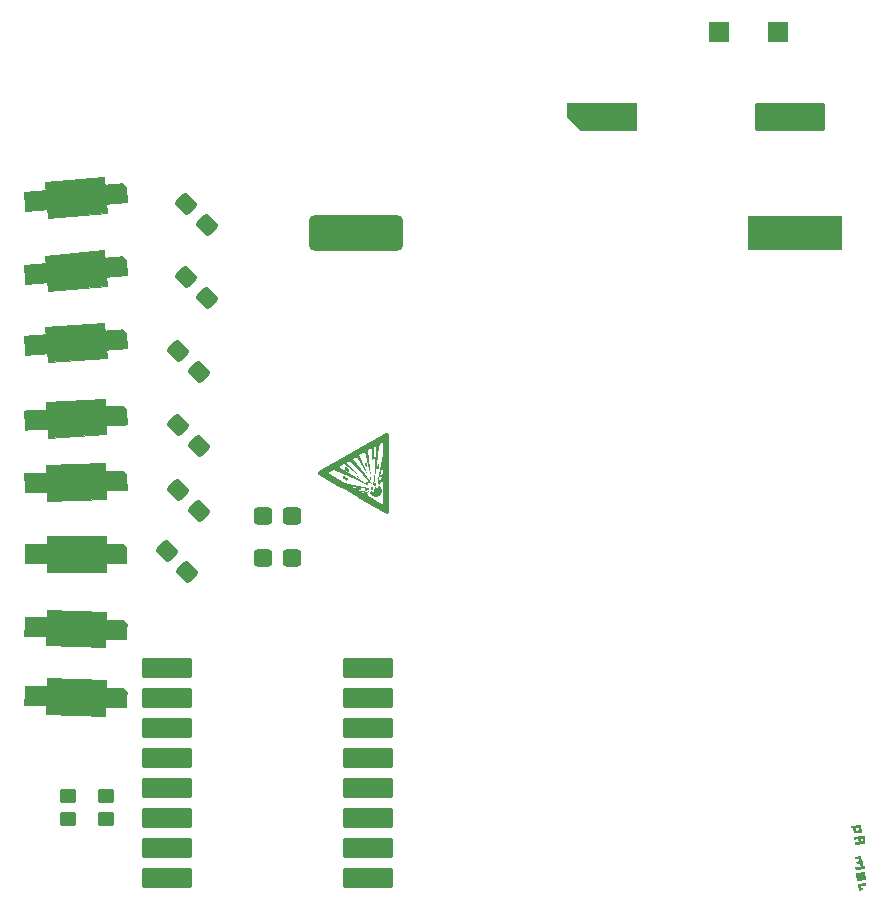
<source format=gbs>
G04 #@! TF.GenerationSoftware,KiCad,Pcbnew,9.0.3*
G04 #@! TF.CreationDate,2025-08-17T22:36:11+02:00*
G04 #@! TF.ProjectId,CH32PBG,43483332-5042-4472-9e6b-696361645f70,rev?*
G04 #@! TF.SameCoordinates,Original*
G04 #@! TF.FileFunction,Soldermask,Bot*
G04 #@! TF.FilePolarity,Negative*
%FSLAX46Y46*%
G04 Gerber Fmt 4.6, Leading zero omitted, Abs format (unit mm)*
G04 Created by KiCad (PCBNEW 9.0.3) date 2025-08-17 22:36:11*
%MOMM*%
%LPD*%
G01*
G04 APERTURE LIST*
G04 Aperture macros list*
%AMRoundRect*
0 Rectangle with rounded corners*
0 $1 Rounding radius*
0 $2 $3 $4 $5 $6 $7 $8 $9 X,Y pos of 4 corners*
0 Add a 4 corners polygon primitive as box body*
4,1,4,$2,$3,$4,$5,$6,$7,$8,$9,$2,$3,0*
0 Add four circle primitives for the rounded corners*
1,1,$1+$1,$2,$3*
1,1,$1+$1,$4,$5*
1,1,$1+$1,$6,$7*
1,1,$1+$1,$8,$9*
0 Add four rect primitives between the rounded corners*
20,1,$1+$1,$2,$3,$4,$5,0*
20,1,$1+$1,$4,$5,$6,$7,0*
20,1,$1+$1,$6,$7,$8,$9,0*
20,1,$1+$1,$8,$9,$2,$3,0*%
%AMRotRect*
0 Rectangle, with rotation*
0 The origin of the aperture is its center*
0 $1 length*
0 $2 width*
0 $3 Rotation angle, in degrees counterclockwise*
0 Add horizontal line*
21,1,$1,$2,0,0,$3*%
%AMOutline5P*
0 Free polygon, 5 corners , with rotation*
0 The origin of the aperture is its center*
0 number of corners: always 5*
0 $1 to $10 corner X, Y*
0 $11 Rotation angle, in degrees counterclockwise*
0 create outline with 5 corners*
4,1,5,$1,$2,$3,$4,$5,$6,$7,$8,$9,$10,$1,$2,$11*%
%AMOutline6P*
0 Free polygon, 6 corners , with rotation*
0 The origin of the aperture is its center*
0 number of corners: always 6*
0 $1 to $12 corner X, Y*
0 $13 Rotation angle, in degrees counterclockwise*
0 create outline with 6 corners*
4,1,6,$1,$2,$3,$4,$5,$6,$7,$8,$9,$10,$11,$12,$1,$2,$13*%
%AMOutline7P*
0 Free polygon, 7 corners , with rotation*
0 The origin of the aperture is its center*
0 number of corners: always 7*
0 $1 to $14 corner X, Y*
0 $15 Rotation angle, in degrees counterclockwise*
0 create outline with 7 corners*
4,1,7,$1,$2,$3,$4,$5,$6,$7,$8,$9,$10,$11,$12,$13,$14,$1,$2,$15*%
%AMOutline8P*
0 Free polygon, 8 corners , with rotation*
0 The origin of the aperture is its center*
0 number of corners: always 8*
0 $1 to $16 corner X, Y*
0 $17 Rotation angle, in degrees counterclockwise*
0 create outline with 8 corners*
4,1,8,$1,$2,$3,$4,$5,$6,$7,$8,$9,$10,$11,$12,$13,$14,$15,$16,$1,$2,$17*%
G04 Aperture macros list end*
%ADD10C,0.000000*%
%ADD11C,0.100000*%
%ADD12R,2.100000X1.700000*%
%ADD13Outline5P,-1.050000X0.850000X1.050000X0.850000X1.050000X-0.850000X-0.710000X-0.850000X-1.050000X-0.510000X180.000000*%
%ADD14RoundRect,0.250000X0.450000X-0.350000X0.450000X0.350000X-0.450000X0.350000X-0.450000X-0.350000X0*%
%ADD15R,8.000000X3.000000*%
%ADD16RoundRect,0.500000X3.500000X1.000000X-3.500000X1.000000X-3.500000X-1.000000X3.500000X-1.000000X0*%
%ADD17RoundRect,0.291666X-0.648182X0.070711X0.070711X-0.648182X0.648182X-0.070711X-0.070711X0.648182X0*%
%ADD18RotRect,2.100000X1.700000X178.000000*%
%ADD19Outline5P,-1.050000X0.850000X1.050000X0.850000X1.050000X-0.850000X-0.710000X-0.850000X-1.050000X-0.510000X178.000000*%
%ADD20RotRect,2.100000X1.700000X182.000000*%
%ADD21Outline5P,-1.050000X0.850000X1.050000X0.850000X1.050000X-0.850000X-0.710000X-0.850000X-1.050000X-0.510000X182.000000*%
%ADD22RotRect,2.100000X1.700000X185.000000*%
%ADD23Outline5P,-1.050000X0.850000X1.050000X0.850000X1.050000X-0.850000X-0.710000X-0.850000X-1.050000X-0.510000X185.000000*%
%ADD24RoundRect,0.250000X-2.750000X-0.950000X2.750000X-0.950000X2.750000X0.950000X-2.750000X0.950000X0*%
%ADD25Outline5P,-3.000000X1.200000X3.000000X1.200000X3.000000X-1.200000X-1.800000X-1.200000X-3.000000X0.000000X0.000000*%
%ADD26RotRect,2.100000X1.700000X184.000000*%
%ADD27Outline5P,-1.050000X0.850000X1.050000X0.850000X1.050000X-0.850000X-0.710000X-0.850000X-1.050000X-0.510000X184.000000*%
%ADD28R,1.789000X1.700000*%
%ADD29RoundRect,0.308511X-0.491489X-0.416489X0.491489X-0.416489X0.491489X0.416489X-0.491489X0.416489X0*%
%ADD30RotRect,2.100000X1.700000X183.000000*%
%ADD31Outline5P,-1.050000X0.850000X1.050000X0.850000X1.050000X-0.850000X-0.710000X-0.850000X-1.050000X-0.510000X183.000000*%
%ADD32RoundRect,0.102000X-2.000000X-0.762000X2.000000X-0.762000X2.000000X0.762000X-2.000000X0.762000X0*%
G04 APERTURE END LIST*
D10*
G36*
X141133078Y-104389852D02*
G01*
X141134040Y-104389934D01*
X141135006Y-104390072D01*
X141156849Y-104396778D01*
X141160949Y-104397876D01*
X141164960Y-104399120D01*
X141168868Y-104400486D01*
X141172661Y-104401951D01*
X141176325Y-104403491D01*
X141179846Y-104405083D01*
X141183210Y-104406703D01*
X141186404Y-104408328D01*
X141189414Y-104409934D01*
X141192227Y-104411498D01*
X141197206Y-104414407D01*
X141204198Y-104418684D01*
X141205593Y-104419377D01*
X141207359Y-104420027D01*
X141209462Y-104420652D01*
X141211871Y-104421269D01*
X141223910Y-104423982D01*
X141230914Y-104425722D01*
X141234548Y-104426747D01*
X141238228Y-104427896D01*
X141241919Y-104429188D01*
X141245590Y-104430638D01*
X141249209Y-104432264D01*
X141252741Y-104434082D01*
X141255889Y-104435873D01*
X141258436Y-104437434D01*
X141260468Y-104438809D01*
X141262071Y-104440041D01*
X141263328Y-104441175D01*
X141264326Y-104442253D01*
X141265150Y-104443319D01*
X141265885Y-104444416D01*
X141267427Y-104446877D01*
X141268405Y-104448329D01*
X141269635Y-104449986D01*
X141271201Y-104451891D01*
X141273190Y-104454088D01*
X141275685Y-104456621D01*
X141278773Y-104459533D01*
X141285484Y-104465507D01*
X141292580Y-104471600D01*
X141306663Y-104483409D01*
X141313017Y-104488758D01*
X141318492Y-104493493D01*
X141320801Y-104495572D01*
X141322772Y-104497428D01*
X141324365Y-104499039D01*
X141325541Y-104500381D01*
X141326184Y-104501537D01*
X141327190Y-104503057D01*
X141328537Y-104504904D01*
X141330203Y-104507040D01*
X141334402Y-104512035D01*
X141339610Y-104517746D01*
X141342537Y-104520777D01*
X141345649Y-104523875D01*
X141348925Y-104527005D01*
X141352342Y-104530129D01*
X141355878Y-104533209D01*
X141359511Y-104536209D01*
X141363218Y-104539091D01*
X141366978Y-104541820D01*
X141368807Y-104543064D01*
X141370521Y-104544166D01*
X141372129Y-104545134D01*
X141373638Y-104545978D01*
X141375055Y-104546707D01*
X141376389Y-104547331D01*
X141377647Y-104547858D01*
X141378837Y-104548298D01*
X141379966Y-104548662D01*
X141381041Y-104548957D01*
X141382071Y-104549193D01*
X141383063Y-104549381D01*
X141384964Y-104549645D01*
X141386803Y-104549824D01*
X141388643Y-104549995D01*
X141390544Y-104550230D01*
X141392567Y-104550606D01*
X141393643Y-104550870D01*
X141394773Y-104551197D01*
X141395963Y-104551597D01*
X141397222Y-104552079D01*
X141398557Y-104552653D01*
X141399976Y-104553327D01*
X141401486Y-104554111D01*
X141403095Y-104555014D01*
X141404811Y-104556047D01*
X141406640Y-104557218D01*
X141410179Y-104559556D01*
X141413293Y-104561690D01*
X141416045Y-104563660D01*
X141418497Y-104565511D01*
X141420712Y-104567285D01*
X141422754Y-104569024D01*
X141424686Y-104570771D01*
X141426570Y-104572569D01*
X141430447Y-104576489D01*
X141434888Y-104581126D01*
X141440399Y-104586821D01*
X141447481Y-104593916D01*
X141451268Y-104597711D01*
X141454635Y-104601217D01*
X141457642Y-104604471D01*
X141460351Y-104607512D01*
X141465119Y-104613106D01*
X141469429Y-104618306D01*
X141473770Y-104623417D01*
X141476105Y-104626034D01*
X141478631Y-104628744D01*
X141481410Y-104631585D01*
X141484503Y-104634594D01*
X141487970Y-104637811D01*
X141491874Y-104641273D01*
X141493914Y-104642990D01*
X141495894Y-104644552D01*
X141497815Y-104645969D01*
X141499679Y-104647252D01*
X141501488Y-104648411D01*
X141503243Y-104649456D01*
X141504947Y-104650398D01*
X141506600Y-104651247D01*
X141508204Y-104652014D01*
X141509762Y-104652708D01*
X141512745Y-104653924D01*
X141518225Y-104655950D01*
X141520750Y-104656927D01*
X141523149Y-104657992D01*
X141524306Y-104658583D01*
X141525437Y-104659227D01*
X141526544Y-104659935D01*
X141527628Y-104660716D01*
X141528691Y-104661582D01*
X141529734Y-104662543D01*
X141530760Y-104663609D01*
X141531770Y-104664791D01*
X141532766Y-104666098D01*
X141533749Y-104667542D01*
X141534722Y-104669133D01*
X141535686Y-104670882D01*
X141536585Y-104672701D01*
X141537370Y-104674501D01*
X141538045Y-104676282D01*
X141538616Y-104678043D01*
X141539088Y-104679785D01*
X141539466Y-104681508D01*
X141539756Y-104683211D01*
X141539961Y-104684895D01*
X141540089Y-104686560D01*
X141540143Y-104688205D01*
X141540130Y-104689831D01*
X141540053Y-104691437D01*
X141539732Y-104694591D01*
X141539223Y-104697666D01*
X141533312Y-104719425D01*
X141533007Y-104720672D01*
X141532550Y-104722009D01*
X141531953Y-104723429D01*
X141531224Y-104724924D01*
X141529409Y-104728106D01*
X141527182Y-104731495D01*
X141524618Y-104735028D01*
X141521795Y-104738643D01*
X141518788Y-104742277D01*
X141515673Y-104745868D01*
X141512527Y-104749354D01*
X141509426Y-104752673D01*
X141503663Y-104758561D01*
X141498992Y-104763034D01*
X141497257Y-104764585D01*
X141496024Y-104765595D01*
X141456363Y-104793419D01*
X141453245Y-104795548D01*
X141448168Y-104798780D01*
X141434749Y-104806989D01*
X141421333Y-104814922D01*
X141416260Y-104817807D01*
X141413148Y-104819451D01*
X141411849Y-104819940D01*
X141409872Y-104820520D01*
X141404250Y-104821856D01*
X141397014Y-104823267D01*
X141388897Y-104824564D01*
X141384736Y-104825110D01*
X141380629Y-104825556D01*
X141376668Y-104825878D01*
X141372944Y-104826053D01*
X141369548Y-104826056D01*
X141366572Y-104825863D01*
X141364108Y-104825451D01*
X141363096Y-104825156D01*
X141362247Y-104824796D01*
X141361714Y-104824264D01*
X141358301Y-104821386D01*
X141353267Y-104816967D01*
X141340779Y-104805777D01*
X141323247Y-104789931D01*
X141319602Y-104786546D01*
X141316230Y-104783215D01*
X141313079Y-104779923D01*
X141310097Y-104776658D01*
X141298792Y-104763610D01*
X141295858Y-104760287D01*
X141292775Y-104756912D01*
X141289491Y-104753475D01*
X141285952Y-104749960D01*
X141282106Y-104746357D01*
X141277900Y-104742650D01*
X141273281Y-104738829D01*
X141268196Y-104734880D01*
X141262950Y-104731075D01*
X141257880Y-104727672D01*
X141252995Y-104724636D01*
X141248302Y-104721937D01*
X141243807Y-104719542D01*
X141239519Y-104717419D01*
X141235444Y-104715536D01*
X141231590Y-104713861D01*
X141218530Y-104708599D01*
X141215891Y-104707483D01*
X141213516Y-104706382D01*
X141211414Y-104705265D01*
X141209591Y-104704100D01*
X141205261Y-104701160D01*
X141199207Y-104697283D01*
X141191767Y-104692693D01*
X141183281Y-104687612D01*
X141174088Y-104682261D01*
X141164527Y-104676862D01*
X141154937Y-104671638D01*
X141145658Y-104666812D01*
X141144287Y-104666141D01*
X141142983Y-104665525D01*
X141141743Y-104664962D01*
X141140565Y-104664450D01*
X141139447Y-104663986D01*
X141138386Y-104663569D01*
X141137381Y-104663195D01*
X141136430Y-104662863D01*
X141135529Y-104662571D01*
X141134677Y-104662315D01*
X141133871Y-104662094D01*
X141133109Y-104661906D01*
X141132390Y-104661748D01*
X141131711Y-104661618D01*
X141131069Y-104661513D01*
X141130462Y-104661432D01*
X141129888Y-104661372D01*
X141129346Y-104661332D01*
X141128344Y-104661297D01*
X141127440Y-104661311D01*
X141126614Y-104661355D01*
X141125128Y-104661460D01*
X141124432Y-104661485D01*
X141123744Y-104661467D01*
X141123211Y-104661467D01*
X141122827Y-104661371D01*
X141122431Y-104661250D01*
X141122019Y-104661103D01*
X141121587Y-104660927D01*
X141121134Y-104660719D01*
X141120655Y-104660476D01*
X141120147Y-104660195D01*
X141119608Y-104659875D01*
X141119033Y-104659512D01*
X141118421Y-104659104D01*
X141117767Y-104658649D01*
X141117068Y-104658143D01*
X141115525Y-104656970D01*
X141113764Y-104655564D01*
X141110950Y-104653178D01*
X141108154Y-104650646D01*
X141105395Y-104647998D01*
X141102693Y-104645261D01*
X141100067Y-104642465D01*
X141097537Y-104639637D01*
X141095122Y-104636806D01*
X141092841Y-104634002D01*
X141090715Y-104631251D01*
X141088762Y-104628582D01*
X141087003Y-104626025D01*
X141085457Y-104623608D01*
X141084143Y-104621358D01*
X141083080Y-104619305D01*
X141082289Y-104617477D01*
X141081789Y-104615903D01*
X141081628Y-104615152D01*
X141081628Y-104614619D01*
X141081738Y-104613245D01*
X141082054Y-104611536D01*
X141082557Y-104609518D01*
X141083227Y-104607213D01*
X141084987Y-104601844D01*
X141087175Y-104595623D01*
X141092201Y-104581396D01*
X141094721Y-104573779D01*
X141097034Y-104566083D01*
X141098086Y-104562550D01*
X141099053Y-104559579D01*
X141099936Y-104557090D01*
X141100738Y-104555004D01*
X141103168Y-104549091D01*
X141103593Y-104547821D01*
X141103947Y-104546476D01*
X141104235Y-104544974D01*
X141104458Y-104543238D01*
X141104617Y-104541186D01*
X141104715Y-104538738D01*
X141104754Y-104535817D01*
X141104737Y-104532340D01*
X141104644Y-104528729D01*
X141104465Y-104525423D01*
X141104205Y-104522377D01*
X141103867Y-104519544D01*
X141103456Y-104516879D01*
X141102975Y-104514336D01*
X141102430Y-104511870D01*
X141101824Y-104509435D01*
X141100446Y-104504474D01*
X141098876Y-104499087D01*
X141097146Y-104492909D01*
X141096231Y-104489408D01*
X141095290Y-104485573D01*
X141094791Y-104483642D01*
X141094261Y-104481856D01*
X141093704Y-104480204D01*
X141093123Y-104478678D01*
X141092523Y-104477268D01*
X141091908Y-104475963D01*
X141091282Y-104474754D01*
X141090649Y-104473631D01*
X141089380Y-104471604D01*
X141088131Y-104469805D01*
X141085831Y-104466575D01*
X141084844Y-104464988D01*
X141084406Y-104464167D01*
X141084010Y-104463315D01*
X141083660Y-104462422D01*
X141083361Y-104461478D01*
X141083117Y-104460474D01*
X141082931Y-104459399D01*
X141082808Y-104458245D01*
X141082752Y-104457000D01*
X141082767Y-104455656D01*
X141082857Y-104454202D01*
X141083027Y-104452630D01*
X141083279Y-104450928D01*
X141083619Y-104449087D01*
X141084050Y-104447098D01*
X141085050Y-104443034D01*
X141086142Y-104439114D01*
X141087335Y-104435333D01*
X141088637Y-104431686D01*
X141090058Y-104428170D01*
X141091606Y-104424779D01*
X141093290Y-104421509D01*
X141095118Y-104418356D01*
X141097100Y-104415315D01*
X141099244Y-104412381D01*
X141101560Y-104409550D01*
X141104055Y-104406818D01*
X141106738Y-104404179D01*
X141109619Y-104401629D01*
X141112707Y-104399163D01*
X141116009Y-104396778D01*
X141119232Y-104394666D01*
X141120707Y-104393771D01*
X141122099Y-104392979D01*
X141123416Y-104392285D01*
X141124665Y-104391687D01*
X141125854Y-104391180D01*
X141126989Y-104390759D01*
X141128077Y-104390422D01*
X141129127Y-104390165D01*
X141130145Y-104389983D01*
X141131138Y-104389873D01*
X141132113Y-104389830D01*
X141133078Y-104389852D01*
G37*
G36*
X144190984Y-105287688D02*
G01*
X144213285Y-105306679D01*
X144234429Y-105326914D01*
X144254360Y-105348338D01*
X144273020Y-105370894D01*
X144290355Y-105394527D01*
X144306307Y-105419182D01*
X144320819Y-105444803D01*
X144333836Y-105471333D01*
X144345300Y-105498718D01*
X144355156Y-105526902D01*
X144363346Y-105555828D01*
X144369815Y-105585443D01*
X144374505Y-105615689D01*
X144377361Y-105646511D01*
X144378325Y-105677853D01*
X144377673Y-105703612D01*
X144375738Y-105729038D01*
X144372552Y-105754099D01*
X144368145Y-105778762D01*
X144362550Y-105802997D01*
X144355799Y-105826772D01*
X144347921Y-105850054D01*
X144338951Y-105872813D01*
X144328917Y-105895015D01*
X144317854Y-105916630D01*
X144305791Y-105937626D01*
X144292760Y-105957971D01*
X144278793Y-105977633D01*
X144263922Y-105996581D01*
X144248178Y-106014782D01*
X144231593Y-106032205D01*
X144214197Y-106048818D01*
X144196024Y-106064590D01*
X144177103Y-106079488D01*
X144157468Y-106093482D01*
X144137148Y-106106538D01*
X144116177Y-106118625D01*
X144094584Y-106129713D01*
X144072403Y-106139767D01*
X144049664Y-106148758D01*
X144026400Y-106156654D01*
X144002641Y-106163421D01*
X143978419Y-106169030D01*
X143953765Y-106173447D01*
X143928712Y-106176642D01*
X143903291Y-106178582D01*
X143877533Y-106179236D01*
X143855808Y-106178771D01*
X143834319Y-106177389D01*
X143813084Y-106175109D01*
X143792122Y-106171949D01*
X143771452Y-106167930D01*
X143751093Y-106163070D01*
X143731063Y-106157388D01*
X143711382Y-106150903D01*
X143692069Y-106143634D01*
X143673142Y-106135601D01*
X143654620Y-106126822D01*
X143636523Y-106117316D01*
X143618868Y-106107103D01*
X143601676Y-106096201D01*
X143584964Y-106084630D01*
X143568752Y-106072408D01*
X143553058Y-106059555D01*
X143537902Y-106046089D01*
X143523302Y-106032030D01*
X143509278Y-106017397D01*
X143495847Y-106002209D01*
X143483030Y-105986484D01*
X143470845Y-105970243D01*
X143459310Y-105953503D01*
X143448445Y-105936285D01*
X143438268Y-105918606D01*
X143428799Y-105900487D01*
X143420057Y-105881946D01*
X143412059Y-105863002D01*
X143404826Y-105843674D01*
X143398375Y-105823982D01*
X143392727Y-105803944D01*
X143394326Y-105803241D01*
X143395400Y-105801920D01*
X143396456Y-105800640D01*
X143397498Y-105799400D01*
X143398528Y-105798200D01*
X143399552Y-105797039D01*
X143400571Y-105795919D01*
X143401589Y-105794837D01*
X143402610Y-105793794D01*
X143404363Y-105792201D01*
X143406401Y-105790618D01*
X143408687Y-105789048D01*
X143411183Y-105787491D01*
X143413852Y-105785951D01*
X143416658Y-105784430D01*
X143422530Y-105781450D01*
X143434276Y-105775806D01*
X143439557Y-105773175D01*
X143441920Y-105771914D01*
X143444048Y-105770693D01*
X143444581Y-105770160D01*
X143445689Y-105769014D01*
X143446812Y-105767588D01*
X143447960Y-105765915D01*
X143449141Y-105764030D01*
X143454357Y-105755028D01*
X143455825Y-105752580D01*
X143457376Y-105750122D01*
X143459017Y-105747685D01*
X143460757Y-105745304D01*
X143462604Y-105743012D01*
X143464566Y-105740842D01*
X143466651Y-105738830D01*
X143467743Y-105737892D01*
X143468869Y-105737007D01*
X143472206Y-105734587D01*
X143475703Y-105732209D01*
X143479345Y-105729889D01*
X143483116Y-105727644D01*
X143487001Y-105725487D01*
X143490984Y-105723436D01*
X143495050Y-105721506D01*
X143499182Y-105719712D01*
X143503367Y-105718071D01*
X143507587Y-105716597D01*
X143511828Y-105715307D01*
X143516075Y-105714217D01*
X143520311Y-105713341D01*
X143524521Y-105712696D01*
X143528690Y-105712298D01*
X143532802Y-105712162D01*
X143540703Y-105712180D01*
X143548125Y-105712314D01*
X143551666Y-105712463D01*
X143555098Y-105712684D01*
X143558425Y-105712995D01*
X143561652Y-105713409D01*
X143564782Y-105713942D01*
X143567819Y-105714608D01*
X143570767Y-105715422D01*
X143573629Y-105716399D01*
X143576410Y-105717555D01*
X143579113Y-105718903D01*
X143581742Y-105720459D01*
X143584301Y-105722238D01*
X143586017Y-105723628D01*
X143587617Y-105725124D01*
X143589110Y-105726720D01*
X143590505Y-105728407D01*
X143591808Y-105730178D01*
X143593028Y-105732025D01*
X143595253Y-105735913D01*
X143597244Y-105740011D01*
X143599064Y-105744254D01*
X143602456Y-105752924D01*
X143604157Y-105757226D01*
X143605947Y-105761422D01*
X143607891Y-105765449D01*
X143610053Y-105769243D01*
X143611237Y-105771034D01*
X143612500Y-105772743D01*
X143613849Y-105774363D01*
X143615294Y-105775885D01*
X143616842Y-105777302D01*
X143618501Y-105778606D01*
X143620280Y-105779789D01*
X143622186Y-105780843D01*
X143623223Y-105781394D01*
X143624248Y-105782002D01*
X143626271Y-105783373D01*
X143628268Y-105784926D01*
X143630254Y-105786632D01*
X143632242Y-105788464D01*
X143634247Y-105790392D01*
X143638363Y-105794422D01*
X143640502Y-105796467D01*
X143642714Y-105798494D01*
X143645013Y-105800474D01*
X143647412Y-105802378D01*
X143649926Y-105804178D01*
X143652568Y-105805846D01*
X143653942Y-105806620D01*
X143655353Y-105807351D01*
X143656804Y-105808035D01*
X143658295Y-105808667D01*
X143661593Y-105809939D01*
X143664817Y-105811078D01*
X143667970Y-105812066D01*
X143671057Y-105812889D01*
X143674082Y-105813529D01*
X143677049Y-105813970D01*
X143679963Y-105814198D01*
X143681401Y-105814226D01*
X143682827Y-105814194D01*
X143684242Y-105814101D01*
X143685646Y-105813944D01*
X143687040Y-105813721D01*
X143688424Y-105813431D01*
X143689799Y-105813071D01*
X143691166Y-105812639D01*
X143692524Y-105812133D01*
X143693874Y-105811551D01*
X143695217Y-105810892D01*
X143696554Y-105810153D01*
X143697885Y-105809332D01*
X143699210Y-105808427D01*
X143700530Y-105807436D01*
X143701845Y-105806357D01*
X143703157Y-105805188D01*
X143704465Y-105803928D01*
X143705507Y-105802771D01*
X143706445Y-105801491D01*
X143707283Y-105800097D01*
X143708025Y-105798595D01*
X143708677Y-105796992D01*
X143709243Y-105795295D01*
X143710137Y-105791652D01*
X143710743Y-105787723D01*
X143711100Y-105783567D01*
X143711245Y-105779242D01*
X143711215Y-105774807D01*
X143709197Y-105742368D01*
X143704465Y-105660679D01*
X143704533Y-105656280D01*
X143704741Y-105652123D01*
X143705099Y-105648184D01*
X143705614Y-105644442D01*
X143706293Y-105640875D01*
X143707146Y-105637461D01*
X143708180Y-105634176D01*
X143709402Y-105630999D01*
X143710823Y-105627908D01*
X143712448Y-105624881D01*
X143714286Y-105621895D01*
X143716346Y-105618928D01*
X143718636Y-105615958D01*
X143721162Y-105612962D01*
X143723935Y-105609919D01*
X143726960Y-105606806D01*
X143729674Y-105604221D01*
X143732465Y-105601777D01*
X143735297Y-105599441D01*
X143738136Y-105597181D01*
X143743695Y-105592760D01*
X143746347Y-105590533D01*
X143748866Y-105588253D01*
X143751219Y-105585887D01*
X143752323Y-105584661D01*
X143753371Y-105583402D01*
X143754361Y-105582105D01*
X143755287Y-105580766D01*
X143756146Y-105579382D01*
X143756932Y-105577947D01*
X143757643Y-105576459D01*
X143758272Y-105574912D01*
X143758817Y-105573304D01*
X143759273Y-105571629D01*
X143759634Y-105569885D01*
X143759898Y-105568066D01*
X143760059Y-105566169D01*
X143760114Y-105564189D01*
X143760138Y-105557875D01*
X143760189Y-105555131D01*
X143760285Y-105552618D01*
X143760441Y-105550301D01*
X143760671Y-105548147D01*
X143760989Y-105546122D01*
X143761410Y-105544191D01*
X143761948Y-105542321D01*
X143762617Y-105540478D01*
X143763431Y-105538627D01*
X143764406Y-105536736D01*
X143765555Y-105534770D01*
X143766892Y-105532694D01*
X143768433Y-105530476D01*
X143770191Y-105528080D01*
X143771221Y-105526765D01*
X143772276Y-105525522D01*
X143773353Y-105524348D01*
X143774448Y-105523235D01*
X143775558Y-105522180D01*
X143776682Y-105521176D01*
X143778956Y-105519298D01*
X143781247Y-105517560D01*
X143783532Y-105515916D01*
X143787991Y-105512733D01*
X143790119Y-105511106D01*
X143792149Y-105509397D01*
X143793119Y-105508497D01*
X143794057Y-105507560D01*
X143794958Y-105506581D01*
X143795821Y-105505553D01*
X143796641Y-105504471D01*
X143797417Y-105503330D01*
X143798145Y-105502124D01*
X143798823Y-105500847D01*
X143799447Y-105499495D01*
X143800015Y-105498061D01*
X143800524Y-105496540D01*
X143800971Y-105494927D01*
X143801569Y-105491769D01*
X143801892Y-105488276D01*
X143801969Y-105484498D01*
X143801827Y-105480489D01*
X143801494Y-105476301D01*
X143800999Y-105471986D01*
X143800369Y-105467596D01*
X143799632Y-105463184D01*
X143797952Y-105454503D01*
X143796181Y-105446360D01*
X143793268Y-105433367D01*
X143793268Y-105432834D01*
X143793268Y-105432301D01*
X143793800Y-105431768D01*
X143794213Y-105431264D01*
X143794700Y-105430733D01*
X143795251Y-105430181D01*
X143795853Y-105429611D01*
X143797173Y-105428434D01*
X143798573Y-105427236D01*
X143799966Y-105426048D01*
X143801267Y-105424904D01*
X143801856Y-105424359D01*
X143802390Y-105423837D01*
X143802857Y-105423342D01*
X143803247Y-105422879D01*
X143803247Y-105422346D01*
X143803781Y-105422346D01*
X143803781Y-105421813D01*
X143803781Y-105421280D01*
X143802383Y-105415820D01*
X143801076Y-105410898D01*
X143799896Y-105406496D01*
X143798881Y-105402596D01*
X143798070Y-105399182D01*
X143797753Y-105397651D01*
X143797501Y-105396235D01*
X143797319Y-105394931D01*
X143797212Y-105393737D01*
X143797184Y-105392651D01*
X143797240Y-105391671D01*
X143797245Y-105391610D01*
X143797259Y-105391527D01*
X143797310Y-105391307D01*
X143797383Y-105391036D01*
X143797470Y-105390740D01*
X143797562Y-105390445D01*
X143797649Y-105390177D01*
X143797723Y-105389960D01*
X143797773Y-105389822D01*
X143798306Y-105389289D01*
X143798306Y-105388756D01*
X143798839Y-105388756D01*
X143798839Y-105388223D01*
X143799372Y-105388223D01*
X143799905Y-105388223D01*
X143800438Y-105387690D01*
X143800948Y-105387554D01*
X143801509Y-105387442D01*
X143802118Y-105387355D01*
X143802774Y-105387291D01*
X143803473Y-105387250D01*
X143804214Y-105387232D01*
X143804995Y-105387237D01*
X143805813Y-105387263D01*
X143807554Y-105387381D01*
X143809419Y-105387582D01*
X143811391Y-105387864D01*
X143813454Y-105388223D01*
X143818286Y-105388899D01*
X143822687Y-105389401D01*
X143826697Y-105389746D01*
X143830356Y-105389953D01*
X143833707Y-105390040D01*
X143836791Y-105390025D01*
X143839649Y-105389926D01*
X143842322Y-105389761D01*
X143847278Y-105389304D01*
X143851989Y-105388800D01*
X143854356Y-105388574D01*
X143856786Y-105388391D01*
X143859319Y-105388268D01*
X143861997Y-105388223D01*
X143863878Y-105388362D01*
X143865711Y-105388768D01*
X143867497Y-105389425D01*
X143869240Y-105390320D01*
X143870942Y-105391435D01*
X143872604Y-105392757D01*
X143874230Y-105394269D01*
X143875822Y-105395957D01*
X143878913Y-105399796D01*
X143881895Y-105404153D01*
X143884788Y-105408904D01*
X143887611Y-105413927D01*
X143893122Y-105424299D01*
X143898580Y-105434288D01*
X143901336Y-105438832D01*
X143904136Y-105442913D01*
X143906999Y-105446407D01*
X143908460Y-105447896D01*
X143909943Y-105449193D01*
X143911088Y-105450017D01*
X143912350Y-105450728D01*
X143913721Y-105451330D01*
X143915193Y-105451831D01*
X143916757Y-105452238D01*
X143918406Y-105452556D01*
X143921924Y-105452951D01*
X143925683Y-105453067D01*
X143929618Y-105452957D01*
X143933665Y-105452669D01*
X143937758Y-105452256D01*
X143953298Y-105450361D01*
X143956651Y-105450081D01*
X143959662Y-105449980D01*
X143962266Y-105450108D01*
X143963395Y-105450274D01*
X143964397Y-105450517D01*
X143964397Y-105451050D01*
X143964930Y-105451050D01*
X143965463Y-105451050D01*
X143965996Y-105451583D01*
X143965996Y-105452116D01*
X143966529Y-105452116D01*
X143966529Y-105452649D01*
X143966529Y-105453182D01*
X143967062Y-105453715D01*
X143967062Y-105454248D01*
X143966529Y-105454781D01*
X143966526Y-105454882D01*
X143966516Y-105454989D01*
X143966501Y-105455100D01*
X143966480Y-105455216D01*
X143966454Y-105455335D01*
X143966424Y-105455456D01*
X143966391Y-105455578D01*
X143966353Y-105455702D01*
X143966271Y-105455949D01*
X143966182Y-105456190D01*
X143966089Y-105456419D01*
X143965996Y-105456630D01*
X143965312Y-105458415D01*
X143964723Y-105460042D01*
X143964225Y-105461516D01*
X143963814Y-105462840D01*
X143963488Y-105464017D01*
X143963355Y-105464552D01*
X143963242Y-105465051D01*
X143963148Y-105465516D01*
X143963072Y-105465947D01*
X143963015Y-105466343D01*
X143962976Y-105466707D01*
X143962976Y-105467239D01*
X143962976Y-105467772D01*
X143962976Y-105468305D01*
X143963509Y-105468305D01*
X143964042Y-105468305D01*
X143964575Y-105468305D01*
X143964995Y-105468117D01*
X143965446Y-105467892D01*
X143965924Y-105467635D01*
X143966424Y-105467354D01*
X143967467Y-105466739D01*
X143968536Y-105466094D01*
X143969591Y-105465466D01*
X143970593Y-105464902D01*
X143971062Y-105464659D01*
X143971502Y-105464450D01*
X143971909Y-105464280D01*
X143972278Y-105464155D01*
X143972811Y-105464155D01*
X143973344Y-105464155D01*
X143974379Y-105465222D01*
X143975375Y-105466311D01*
X143977257Y-105468546D01*
X143979007Y-105470840D01*
X143980640Y-105473169D01*
X143982173Y-105475514D01*
X143983621Y-105477852D01*
X143986330Y-105482421D01*
X143988893Y-105486706D01*
X143990161Y-105488687D01*
X143991441Y-105490532D01*
X143992749Y-105492220D01*
X143994101Y-105493728D01*
X143994799Y-105494408D01*
X143995513Y-105495036D01*
X143996247Y-105495608D01*
X143997002Y-105496122D01*
X143997486Y-105496378D01*
X143998001Y-105496623D01*
X143998547Y-105496853D01*
X143999119Y-105497067D01*
X143999716Y-105497261D01*
X144000334Y-105497433D01*
X144000970Y-105497582D01*
X144001623Y-105497704D01*
X144002288Y-105497798D01*
X144002964Y-105497860D01*
X144003647Y-105497889D01*
X144004335Y-105497882D01*
X144005025Y-105497836D01*
X144005714Y-105497750D01*
X144006399Y-105497621D01*
X144007079Y-105497446D01*
X144007151Y-105497445D01*
X144007221Y-105497442D01*
X144007288Y-105497437D01*
X144007353Y-105497430D01*
X144007415Y-105497421D01*
X144007474Y-105497411D01*
X144007531Y-105497399D01*
X144007586Y-105497385D01*
X144007638Y-105497371D01*
X144007688Y-105497355D01*
X144007736Y-105497338D01*
X144007782Y-105497320D01*
X144007826Y-105497301D01*
X144007868Y-105497281D01*
X144007908Y-105497261D01*
X144007947Y-105497240D01*
X144007984Y-105497219D01*
X144008020Y-105497197D01*
X144008086Y-105497153D01*
X144008148Y-105497108D01*
X144008205Y-105497064D01*
X144008309Y-105496982D01*
X144008357Y-105496946D01*
X144008403Y-105496913D01*
X144008936Y-105496913D01*
X144009469Y-105496380D01*
X144010002Y-105495847D01*
X144010535Y-105495847D01*
X144011118Y-105495012D01*
X144011606Y-105494085D01*
X144012007Y-105493071D01*
X144012327Y-105491977D01*
X144012574Y-105490809D01*
X144012754Y-105489574D01*
X144012942Y-105486927D01*
X144012948Y-105484085D01*
X144012828Y-105481099D01*
X144012436Y-105474898D01*
X144012276Y-105471783D01*
X144012215Y-105468725D01*
X144012309Y-105465776D01*
X144012615Y-105462984D01*
X144012865Y-105461664D01*
X144013188Y-105460402D01*
X144013593Y-105459204D01*
X144014085Y-105458078D01*
X144014672Y-105457029D01*
X144015362Y-105456064D01*
X144016160Y-105455188D01*
X144017075Y-105454409D01*
X144018872Y-105453164D01*
X144020738Y-105452114D01*
X144022670Y-105451244D01*
X144024665Y-105450539D01*
X144026721Y-105449981D01*
X144028835Y-105449556D01*
X144031004Y-105449247D01*
X144033226Y-105449039D01*
X144035498Y-105448914D01*
X144037818Y-105448858D01*
X144042589Y-105448887D01*
X144052587Y-105449064D01*
X144052797Y-105449067D01*
X144053027Y-105449074D01*
X144053515Y-105449091D01*
X144053762Y-105449096D01*
X144054003Y-105449094D01*
X144054233Y-105449085D01*
X144054341Y-105449076D01*
X144054443Y-105449064D01*
X144054976Y-105449064D01*
X144055510Y-105449064D01*
X144056042Y-105448531D01*
X144056575Y-105448531D01*
X144057108Y-105447998D01*
X144057641Y-105447998D01*
X144057641Y-105447465D01*
X144058174Y-105446932D01*
X144058707Y-105446399D01*
X144059165Y-105445478D01*
X144059537Y-105444467D01*
X144059828Y-105443371D01*
X144060041Y-105442196D01*
X144060182Y-105440948D01*
X144060253Y-105439633D01*
X144060208Y-105436827D01*
X144059940Y-105433825D01*
X144059483Y-105430673D01*
X144058873Y-105427420D01*
X144058144Y-105424114D01*
X144056466Y-105417529D01*
X144054726Y-105411297D01*
X144053201Y-105405800D01*
X144052605Y-105403445D01*
X144052166Y-105401417D01*
X144051595Y-105398192D01*
X144051145Y-105394815D01*
X144050808Y-105391310D01*
X144050582Y-105387700D01*
X144050460Y-105384012D01*
X144050438Y-105380268D01*
X144050510Y-105376493D01*
X144050671Y-105372713D01*
X144050916Y-105368951D01*
X144051239Y-105365231D01*
X144052101Y-105358018D01*
X144052629Y-105354573D01*
X144053215Y-105351268D01*
X144053854Y-105348129D01*
X144054541Y-105345178D01*
X144054946Y-105343683D01*
X144055406Y-105342241D01*
X144055919Y-105340847D01*
X144056482Y-105339501D01*
X144057092Y-105338200D01*
X144057749Y-105336942D01*
X144058448Y-105335723D01*
X144059188Y-105334543D01*
X144060780Y-105332286D01*
X144062505Y-105330152D01*
X144064346Y-105328122D01*
X144066283Y-105326178D01*
X144068296Y-105324300D01*
X144070366Y-105322470D01*
X144074604Y-105318877D01*
X144078843Y-105315249D01*
X144080915Y-105313375D01*
X144082930Y-105311435D01*
X144084217Y-105310201D01*
X144085526Y-105309074D01*
X144086858Y-105308049D01*
X144088211Y-105307122D01*
X144089584Y-105306286D01*
X144090976Y-105305537D01*
X144092387Y-105304868D01*
X144093815Y-105304276D01*
X144096719Y-105303297D01*
X144099682Y-105302557D01*
X144102695Y-105302014D01*
X144105753Y-105301627D01*
X144108846Y-105301351D01*
X144111967Y-105301145D01*
X144118266Y-105300773D01*
X144121428Y-105300522D01*
X144124589Y-105300171D01*
X144127741Y-105299678D01*
X144130876Y-105299000D01*
X144132175Y-105298647D01*
X144133464Y-105298239D01*
X144136013Y-105297268D01*
X144138524Y-105296102D01*
X144140997Y-105294756D01*
X144143430Y-105293244D01*
X144145824Y-105291583D01*
X144148179Y-105289786D01*
X144150495Y-105287869D01*
X144152771Y-105285846D01*
X144155007Y-105283733D01*
X144157204Y-105281545D01*
X144159360Y-105279297D01*
X144163553Y-105274678D01*
X144167583Y-105269997D01*
X144190984Y-105287688D01*
G37*
G36*
X143564228Y-105304539D02*
G01*
X143564595Y-105304552D01*
X143565056Y-105304588D01*
X143565574Y-105304642D01*
X143566113Y-105304712D01*
X143566640Y-105304794D01*
X143567117Y-105304883D01*
X143567326Y-105304930D01*
X143567509Y-105304978D01*
X143567662Y-105305025D01*
X143567781Y-105305072D01*
X143567915Y-105305137D01*
X143568074Y-105305229D01*
X143568254Y-105305345D01*
X143568450Y-105305482D01*
X143568660Y-105305636D01*
X143568880Y-105305803D01*
X143569333Y-105306163D01*
X143569781Y-105306537D01*
X143570195Y-105306895D01*
X143570544Y-105307210D01*
X143570801Y-105307454D01*
X143571355Y-105308238D01*
X143571857Y-105309097D01*
X143572723Y-105311030D01*
X143573435Y-105313229D01*
X143574029Y-105315672D01*
X143575008Y-105321192D01*
X143575944Y-105327403D01*
X143577126Y-105334118D01*
X143577898Y-105337605D01*
X143578840Y-105341147D01*
X143579986Y-105344721D01*
X143581373Y-105348304D01*
X143583036Y-105351871D01*
X143585012Y-105355400D01*
X143586312Y-105357481D01*
X143587583Y-105359425D01*
X143588826Y-105361240D01*
X143590043Y-105362935D01*
X143591236Y-105364519D01*
X143592407Y-105366000D01*
X143594686Y-105368686D01*
X143596897Y-105371063D01*
X143599051Y-105373199D01*
X143601162Y-105375160D01*
X143603246Y-105377017D01*
X143607381Y-105380685D01*
X143609460Y-105382634D01*
X143611566Y-105384749D01*
X143613711Y-105387099D01*
X143615910Y-105389753D01*
X143617034Y-105391214D01*
X143618176Y-105392777D01*
X143619339Y-105394450D01*
X143620523Y-105396241D01*
X143621654Y-105398041D01*
X143622673Y-105399733D01*
X143623588Y-105401324D01*
X143624406Y-105402821D01*
X143625133Y-105404231D01*
X143625778Y-105405561D01*
X143626843Y-105408008D01*
X143627658Y-105410218D01*
X143628277Y-105412246D01*
X143628757Y-105414147D01*
X143629153Y-105415978D01*
X143629912Y-105419647D01*
X143630387Y-105421597D01*
X143630999Y-105423698D01*
X143631804Y-105426004D01*
X143632857Y-105428573D01*
X143633494Y-105429972D01*
X143634213Y-105431458D01*
X143635023Y-105433037D01*
X143635929Y-105434716D01*
X143636899Y-105436403D01*
X143637891Y-105437993D01*
X143638903Y-105439493D01*
X143639931Y-105440908D01*
X143640972Y-105442244D01*
X143642022Y-105443507D01*
X143643078Y-105444704D01*
X143644137Y-105445839D01*
X143646247Y-105447951D01*
X143648326Y-105449891D01*
X143652282Y-105453441D01*
X143654103Y-105455147D01*
X143654963Y-105456004D01*
X143655784Y-105456871D01*
X143656563Y-105457754D01*
X143657296Y-105458659D01*
X143657981Y-105459593D01*
X143658614Y-105460560D01*
X143659190Y-105461567D01*
X143659708Y-105462620D01*
X143660163Y-105463725D01*
X143660552Y-105464888D01*
X143660871Y-105466114D01*
X143661118Y-105467410D01*
X143661289Y-105468782D01*
X143661380Y-105470235D01*
X143661372Y-105472453D01*
X143661352Y-105473512D01*
X143661313Y-105474526D01*
X143661250Y-105475485D01*
X143661207Y-105475940D01*
X143661155Y-105476379D01*
X143661094Y-105476799D01*
X143661023Y-105477200D01*
X143660941Y-105477580D01*
X143660847Y-105477938D01*
X143660314Y-105478471D01*
X143659781Y-105479004D01*
X143659781Y-105479537D01*
X143659060Y-105480322D01*
X143658237Y-105481046D01*
X143657317Y-105481733D01*
X143656305Y-105482405D01*
X143651414Y-105485420D01*
X143650002Y-105486372D01*
X143648523Y-105487450D01*
X143646981Y-105488677D01*
X143645381Y-105490077D01*
X143643727Y-105491674D01*
X143642022Y-105493490D01*
X143640272Y-105495549D01*
X143638481Y-105497874D01*
X143635798Y-105501434D01*
X143633032Y-105504933D01*
X143627387Y-105511742D01*
X143621831Y-105518285D01*
X143616648Y-105524544D01*
X143614284Y-105527562D01*
X143612121Y-105530503D01*
X143610193Y-105533365D01*
X143608536Y-105536146D01*
X143607820Y-105537505D01*
X143607186Y-105538844D01*
X143606636Y-105540161D01*
X143606177Y-105541456D01*
X143605812Y-105542730D01*
X143605545Y-105543982D01*
X143605382Y-105545211D01*
X143605327Y-105546417D01*
X143605511Y-105552059D01*
X143605956Y-105559224D01*
X143607005Y-105576969D01*
X143607293Y-105586973D01*
X143607214Y-105597345D01*
X143606988Y-105602580D01*
X143606611Y-105607799D01*
X143606064Y-105612967D01*
X143605327Y-105618046D01*
X143604869Y-105620791D01*
X143604470Y-105623375D01*
X143603818Y-105628087D01*
X143602870Y-105635834D01*
X143602446Y-105638958D01*
X143602218Y-105640353D01*
X143601968Y-105641643D01*
X143601689Y-105642834D01*
X143601373Y-105643932D01*
X143601011Y-105644942D01*
X143600596Y-105645870D01*
X143600062Y-105646403D01*
X143600007Y-105646464D01*
X143599939Y-105646548D01*
X143599774Y-105646769D01*
X143599581Y-105647042D01*
X143599376Y-105647340D01*
X143598990Y-105647904D01*
X143598840Y-105648119D01*
X143598738Y-105648252D01*
X143598311Y-105648638D01*
X143597854Y-105649003D01*
X143597364Y-105649350D01*
X143596841Y-105649682D01*
X143596284Y-105650003D01*
X143595690Y-105650315D01*
X143595059Y-105650622D01*
X143594390Y-105650925D01*
X143592931Y-105651534D01*
X143591303Y-105652167D01*
X143587499Y-105653598D01*
X143584198Y-105654739D01*
X143580976Y-105655756D01*
X143577814Y-105656624D01*
X143574696Y-105657319D01*
X143571603Y-105657818D01*
X143568519Y-105658096D01*
X143565424Y-105658131D01*
X143562302Y-105657897D01*
X143560726Y-105657673D01*
X143559135Y-105657372D01*
X143557530Y-105656992D01*
X143555906Y-105656531D01*
X143554262Y-105655985D01*
X143552596Y-105655350D01*
X143550905Y-105654625D01*
X143549188Y-105653807D01*
X143547442Y-105652891D01*
X143545664Y-105651875D01*
X143542008Y-105649533D01*
X143538200Y-105646756D01*
X143534224Y-105643521D01*
X143530394Y-105640039D01*
X143527013Y-105636532D01*
X143524034Y-105632989D01*
X143521413Y-105629402D01*
X143519102Y-105625761D01*
X143517057Y-105622058D01*
X143515230Y-105618284D01*
X143513577Y-105614428D01*
X143512051Y-105610484D01*
X143510606Y-105606440D01*
X143507776Y-105598020D01*
X143504720Y-105589096D01*
X143502992Y-105584422D01*
X143501070Y-105579595D01*
X143495635Y-105566401D01*
X143494947Y-105564576D01*
X143494444Y-105563088D01*
X143494085Y-105561807D01*
X143493827Y-105560609D01*
X143493449Y-105557951D01*
X143492976Y-105554098D01*
X143492075Y-105548035D01*
X143491359Y-105543858D01*
X143490411Y-105538747D01*
X143489419Y-105533945D01*
X143488353Y-105529364D01*
X143486074Y-105520742D01*
X143481501Y-105504799D01*
X143480472Y-105500906D01*
X143479527Y-105496988D01*
X143478689Y-105493017D01*
X143477976Y-105488960D01*
X143477409Y-105484787D01*
X143477007Y-105480468D01*
X143476792Y-105475972D01*
X143476782Y-105471269D01*
X143476491Y-105471470D01*
X143476500Y-105470787D01*
X143476526Y-105470107D01*
X143476623Y-105468754D01*
X143476770Y-105467399D01*
X143476953Y-105466031D01*
X143477384Y-105463217D01*
X143477605Y-105461748D01*
X143477815Y-105460223D01*
X143478258Y-105457225D01*
X143478757Y-105454448D01*
X143479309Y-105451878D01*
X143479911Y-105449502D01*
X143480563Y-105447306D01*
X143481261Y-105445276D01*
X143482003Y-105443399D01*
X143482788Y-105441661D01*
X143483613Y-105440049D01*
X143484475Y-105438548D01*
X143485374Y-105437147D01*
X143486305Y-105435830D01*
X143487268Y-105434584D01*
X143488260Y-105433396D01*
X143490323Y-105431138D01*
X143494700Y-105426715D01*
X143496981Y-105424332D01*
X143499298Y-105421691D01*
X143500466Y-105420239D01*
X143501636Y-105418681D01*
X143502807Y-105417005D01*
X143503977Y-105415195D01*
X143505142Y-105413240D01*
X143506302Y-105411124D01*
X143507454Y-105408835D01*
X143508595Y-105406358D01*
X143510636Y-105401484D01*
X143512257Y-105397109D01*
X143513524Y-105393165D01*
X143514497Y-105389583D01*
X143515242Y-105386296D01*
X143515820Y-105383235D01*
X143516730Y-105377521D01*
X143517188Y-105374732D01*
X143517733Y-105371897D01*
X143518426Y-105368949D01*
X143519332Y-105365819D01*
X143520514Y-105362439D01*
X143522034Y-105358741D01*
X143523956Y-105354657D01*
X143526343Y-105350120D01*
X143536114Y-105332044D01*
X143538388Y-105327972D01*
X143540624Y-105324132D01*
X143542837Y-105320553D01*
X143545043Y-105317262D01*
X143546148Y-105315732D01*
X143547257Y-105314285D01*
X143548371Y-105312923D01*
X143549493Y-105311650D01*
X143550624Y-105310469D01*
X143551767Y-105309383D01*
X143552923Y-105308397D01*
X143554094Y-105307514D01*
X143555281Y-105306736D01*
X143556488Y-105306067D01*
X143557715Y-105305511D01*
X143558965Y-105305071D01*
X143560240Y-105304750D01*
X143561540Y-105304553D01*
X143562869Y-105304481D01*
X143564228Y-105304539D01*
G37*
G36*
X144126475Y-103418944D02*
G01*
X144127260Y-103419007D01*
X144128032Y-103419123D01*
X144128799Y-103419287D01*
X144129567Y-103419496D01*
X144130342Y-103419744D01*
X144131940Y-103420341D01*
X144135499Y-103421819D01*
X144137562Y-103422629D01*
X144139881Y-103423440D01*
X144141153Y-103423834D01*
X144142507Y-103424216D01*
X144143951Y-103424580D01*
X144145491Y-103424922D01*
X144147050Y-103425223D01*
X144148552Y-103425464D01*
X144149999Y-103425652D01*
X144151395Y-103425793D01*
X144154043Y-103425965D01*
X144156517Y-103426032D01*
X144161028Y-103426074D01*
X144163108Y-103426157D01*
X144164114Y-103426238D01*
X144165100Y-103426354D01*
X144166069Y-103426512D01*
X144167024Y-103426719D01*
X144167968Y-103426981D01*
X144168903Y-103427306D01*
X144169833Y-103427700D01*
X144170758Y-103428171D01*
X144171683Y-103428724D01*
X144172610Y-103429367D01*
X144173542Y-103430106D01*
X144174481Y-103430948D01*
X144175431Y-103431901D01*
X144176393Y-103432970D01*
X144177370Y-103434163D01*
X144178365Y-103435487D01*
X144179381Y-103436947D01*
X144180421Y-103438552D01*
X144182439Y-103441916D01*
X144184225Y-103445295D01*
X144185788Y-103448692D01*
X144187139Y-103452113D01*
X144188288Y-103455562D01*
X144189245Y-103459043D01*
X144190021Y-103462560D01*
X144190625Y-103466118D01*
X144191068Y-103469721D01*
X144191359Y-103473374D01*
X144191509Y-103477080D01*
X144191528Y-103480844D01*
X144191426Y-103484670D01*
X144191214Y-103488563D01*
X144190901Y-103492527D01*
X144190498Y-103496567D01*
X144186894Y-103522892D01*
X144181311Y-103560262D01*
X144176180Y-103595234D01*
X144174542Y-103607620D01*
X144173929Y-103614365D01*
X144170776Y-103671900D01*
X144168888Y-103709200D01*
X144168464Y-103722830D01*
X144168616Y-103730387D01*
X144168787Y-103732823D01*
X144168857Y-103736196D01*
X144168749Y-103745179D01*
X144167877Y-103768117D01*
X144166242Y-103802015D01*
X144166194Y-103809101D01*
X144165915Y-103814581D01*
X144165649Y-103817661D01*
X144165273Y-103820913D01*
X144164771Y-103824296D01*
X144164123Y-103827770D01*
X144163311Y-103831291D01*
X144162318Y-103834821D01*
X144161125Y-103838317D01*
X144159714Y-103841738D01*
X144158067Y-103845044D01*
X144156165Y-103848193D01*
X144154185Y-103851085D01*
X144152303Y-103853643D01*
X144150497Y-103855891D01*
X144148741Y-103857852D01*
X144147013Y-103859551D01*
X144146152Y-103860310D01*
X144145289Y-103861012D01*
X144144421Y-103861660D01*
X144143545Y-103862257D01*
X144142658Y-103862807D01*
X144141757Y-103863312D01*
X144139900Y-103864200D01*
X144137953Y-103864945D01*
X144135890Y-103865571D01*
X144133688Y-103866101D01*
X144131323Y-103866561D01*
X144128771Y-103866972D01*
X144123012Y-103867749D01*
X144121563Y-103867896D01*
X144120144Y-103867970D01*
X144118754Y-103867974D01*
X144117394Y-103867913D01*
X144116064Y-103867791D01*
X144114762Y-103867613D01*
X144113489Y-103867382D01*
X144112245Y-103867103D01*
X144111030Y-103866781D01*
X144109842Y-103866418D01*
X144108683Y-103866021D01*
X144107551Y-103865593D01*
X144105371Y-103864660D01*
X144103300Y-103863654D01*
X144101336Y-103862610D01*
X144099478Y-103861561D01*
X144096072Y-103859586D01*
X144094521Y-103858728D01*
X144093069Y-103858002D01*
X144091714Y-103857442D01*
X144091073Y-103857235D01*
X144090456Y-103857083D01*
X144089922Y-103857083D01*
X144086748Y-103857197D01*
X144082290Y-103857553D01*
X144076959Y-103858173D01*
X144071160Y-103859078D01*
X144068212Y-103859644D01*
X144065301Y-103860289D01*
X144062476Y-103861016D01*
X144059790Y-103861828D01*
X144057292Y-103862726D01*
X144055033Y-103863715D01*
X144053066Y-103864796D01*
X144052207Y-103865372D01*
X144051440Y-103865973D01*
X144050907Y-103866506D01*
X144050374Y-103866506D01*
X144050374Y-103867039D01*
X144049841Y-103867039D01*
X144049778Y-103867054D01*
X144049692Y-103867064D01*
X144049589Y-103867070D01*
X144049469Y-103867071D01*
X144049197Y-103867066D01*
X144048901Y-103867054D01*
X144048338Y-103867028D01*
X144048122Y-103867026D01*
X144048042Y-103867030D01*
X144047984Y-103867039D01*
X144047094Y-103867022D01*
X144046159Y-103866927D01*
X144045184Y-103866759D01*
X144044171Y-103866521D01*
X144043127Y-103866218D01*
X144042055Y-103865855D01*
X144039843Y-103864966D01*
X144037571Y-103863888D01*
X144035273Y-103862659D01*
X144032983Y-103861313D01*
X144030735Y-103859886D01*
X144028563Y-103858415D01*
X144026502Y-103856935D01*
X144024585Y-103855481D01*
X144022847Y-103854089D01*
X144021322Y-103852796D01*
X144020044Y-103851637D01*
X144019048Y-103850648D01*
X144018367Y-103849864D01*
X144018367Y-103849331D01*
X144017834Y-103849331D01*
X144016848Y-103844019D01*
X144016096Y-103838618D01*
X144015550Y-103833111D01*
X144015186Y-103827483D01*
X144014896Y-103815797D01*
X144015018Y-103803430D01*
X144015665Y-103776134D01*
X144015773Y-103760946D01*
X144015460Y-103744557D01*
X144014874Y-103728578D01*
X144014212Y-103714633D01*
X144013523Y-103702613D01*
X144012852Y-103692410D01*
X144011759Y-103677022D01*
X144011430Y-103671619D01*
X144011310Y-103667600D01*
X144011293Y-103667621D01*
X144011276Y-103667641D01*
X144011245Y-103667680D01*
X144011215Y-103667720D01*
X144011198Y-103667740D01*
X144011181Y-103667761D01*
X144012017Y-103648676D01*
X144013954Y-103614667D01*
X144016141Y-103580420D01*
X144017721Y-103560622D01*
X144017726Y-103560561D01*
X144017741Y-103560478D01*
X144017795Y-103560258D01*
X144017873Y-103559987D01*
X144017963Y-103559691D01*
X144018143Y-103559127D01*
X144018212Y-103558911D01*
X144018254Y-103558772D01*
X144018259Y-103558712D01*
X144018272Y-103558629D01*
X144018321Y-103558410D01*
X144018393Y-103558140D01*
X144018478Y-103557845D01*
X144018569Y-103557550D01*
X144018656Y-103557281D01*
X144018732Y-103557064D01*
X144018787Y-103556923D01*
X144019637Y-103555489D01*
X144020695Y-103554091D01*
X144021947Y-103552705D01*
X144023378Y-103551306D01*
X144026726Y-103548367D01*
X144030628Y-103545075D01*
X144032752Y-103543234D01*
X144034974Y-103541229D01*
X144037278Y-103539036D01*
X144039652Y-103536629D01*
X144042082Y-103533984D01*
X144044553Y-103531075D01*
X144047053Y-103527878D01*
X144049567Y-103524367D01*
X144052263Y-103520352D01*
X144054614Y-103516670D01*
X144056670Y-103513271D01*
X144058480Y-103510102D01*
X144060094Y-103507111D01*
X144061562Y-103504246D01*
X144064260Y-103498686D01*
X144066973Y-103493007D01*
X144070098Y-103486792D01*
X144071941Y-103483354D01*
X144074036Y-103479626D01*
X144076433Y-103475556D01*
X144079184Y-103471092D01*
X144081954Y-103466588D01*
X144084423Y-103462417D01*
X144086633Y-103458552D01*
X144088631Y-103454970D01*
X144092168Y-103448553D01*
X144093796Y-103445668D01*
X144095391Y-103442966D01*
X144096998Y-103440421D01*
X144098661Y-103438008D01*
X144100425Y-103435704D01*
X144101359Y-103434584D01*
X144102336Y-103433482D01*
X144103360Y-103432394D01*
X144104437Y-103431318D01*
X144105574Y-103430249D01*
X144106775Y-103429186D01*
X144108046Y-103428125D01*
X144109393Y-103427063D01*
X144110822Y-103425996D01*
X144112337Y-103424922D01*
X144113849Y-103423900D01*
X144115267Y-103422987D01*
X144116597Y-103422180D01*
X144117847Y-103421474D01*
X144119021Y-103420865D01*
X144120126Y-103420348D01*
X144121170Y-103419919D01*
X144122157Y-103419573D01*
X144123095Y-103419306D01*
X144123989Y-103419115D01*
X144124846Y-103418993D01*
X144125673Y-103418938D01*
X144126475Y-103418944D01*
G37*
G36*
X143009239Y-103295126D02*
G01*
X143010128Y-103295658D01*
X143011137Y-103296306D01*
X143012344Y-103297021D01*
X143013046Y-103297388D01*
X143013826Y-103297753D01*
X143014693Y-103298110D01*
X143015658Y-103298453D01*
X143016730Y-103298776D01*
X143017919Y-103299071D01*
X143019234Y-103299335D01*
X143020684Y-103299559D01*
X143022281Y-103299738D01*
X143024032Y-103299865D01*
X143027573Y-103300051D01*
X143030904Y-103300061D01*
X143034057Y-103299941D01*
X143037065Y-103299732D01*
X143042776Y-103299230D01*
X143045545Y-103299023D01*
X143048300Y-103298905D01*
X143051073Y-103298918D01*
X143053897Y-103299108D01*
X143056806Y-103299517D01*
X143058302Y-103299818D01*
X143059831Y-103300190D01*
X143061398Y-103300639D01*
X143063006Y-103301171D01*
X143064659Y-103301790D01*
X143066363Y-103302503D01*
X143068120Y-103303315D01*
X143069935Y-103304231D01*
X143071811Y-103305257D01*
X143073754Y-103306398D01*
X143075703Y-103307636D01*
X143077592Y-103308948D01*
X143079422Y-103310327D01*
X143081192Y-103311767D01*
X143082904Y-103313261D01*
X143084557Y-103314804D01*
X143086152Y-103316388D01*
X143087689Y-103318008D01*
X143090592Y-103321327D01*
X143093267Y-103324710D01*
X143095717Y-103328107D01*
X143097945Y-103331465D01*
X143099954Y-103334733D01*
X143101746Y-103337860D01*
X143103323Y-103340795D01*
X143104689Y-103343487D01*
X143106796Y-103347933D01*
X143108087Y-103350791D01*
X143108620Y-103351324D01*
X143108620Y-103351857D01*
X143109152Y-103351857D01*
X143109685Y-103352390D01*
X143110218Y-103352390D01*
X143111718Y-103353140D01*
X143113526Y-103353911D01*
X143117895Y-103355616D01*
X143120373Y-103356602D01*
X143122989Y-103357713D01*
X143125701Y-103358974D01*
X143128469Y-103360412D01*
X143131248Y-103362052D01*
X143133998Y-103363920D01*
X143135348Y-103364948D01*
X143136675Y-103366043D01*
X143137974Y-103367209D01*
X143139239Y-103368447D01*
X143140464Y-103369763D01*
X143141646Y-103371158D01*
X143142777Y-103372637D01*
X143143854Y-103374202D01*
X143144871Y-103375857D01*
X143145822Y-103377605D01*
X143146702Y-103379449D01*
X143147506Y-103381393D01*
X143149060Y-103385882D01*
X143150264Y-103390248D01*
X143151144Y-103394508D01*
X143151727Y-103398679D01*
X143152039Y-103402779D01*
X143152106Y-103406827D01*
X143151955Y-103410840D01*
X143151612Y-103414834D01*
X143151104Y-103418829D01*
X143150456Y-103422842D01*
X143148850Y-103430991D01*
X143145132Y-103448282D01*
X143144757Y-103449952D01*
X143144353Y-103451544D01*
X143143923Y-103453059D01*
X143143468Y-103454500D01*
X143142990Y-103455869D01*
X143142491Y-103457170D01*
X143141974Y-103458404D01*
X143141440Y-103459573D01*
X143140890Y-103460682D01*
X143140328Y-103461731D01*
X143139754Y-103462724D01*
X143139172Y-103463663D01*
X143138582Y-103464550D01*
X143137986Y-103465388D01*
X143137388Y-103466179D01*
X143136787Y-103466927D01*
X143135590Y-103468299D01*
X143134411Y-103469525D01*
X143133264Y-103470624D01*
X143132165Y-103471617D01*
X143130175Y-103473362D01*
X143129314Y-103474154D01*
X143128563Y-103474919D01*
X143128030Y-103474919D01*
X143128030Y-103475452D01*
X143127498Y-103475985D01*
X143127498Y-103476518D01*
X143127498Y-103477051D01*
X143127498Y-103477584D01*
X143127498Y-103478117D01*
X143128400Y-103482443D01*
X143130036Y-103489163D01*
X143134454Y-103506755D01*
X143136710Y-103516110D01*
X143138648Y-103524828D01*
X143140003Y-103532150D01*
X143140380Y-103535051D01*
X143140513Y-103537318D01*
X143140625Y-103539382D01*
X143140942Y-103541713D01*
X143141437Y-103544287D01*
X143142083Y-103547077D01*
X143143721Y-103553207D01*
X143145637Y-103559900D01*
X143147615Y-103566952D01*
X143149438Y-103574159D01*
X143150224Y-103577758D01*
X143150890Y-103581319D01*
X143151409Y-103584818D01*
X143151753Y-103588228D01*
X143151812Y-103589907D01*
X143151761Y-103591587D01*
X143151606Y-103593267D01*
X143151349Y-103594948D01*
X143150993Y-103596631D01*
X143150542Y-103598315D01*
X143150000Y-103600000D01*
X143149368Y-103601687D01*
X143147853Y-103605068D01*
X143146023Y-103608458D01*
X143143905Y-103611860D01*
X143141525Y-103615275D01*
X143138910Y-103618705D01*
X143136086Y-103622152D01*
X143133080Y-103625617D01*
X143129918Y-103629103D01*
X143123233Y-103636140D01*
X143116242Y-103643280D01*
X143114591Y-103644927D01*
X143112951Y-103646496D01*
X143111324Y-103647989D01*
X143109712Y-103649408D01*
X143108115Y-103650753D01*
X143106536Y-103652027D01*
X143103436Y-103654367D01*
X143100425Y-103656439D01*
X143097513Y-103658257D01*
X143094714Y-103659833D01*
X143092039Y-103661179D01*
X143089501Y-103662307D01*
X143087111Y-103663232D01*
X143084883Y-103663964D01*
X143082827Y-103664517D01*
X143080957Y-103664903D01*
X143079285Y-103665135D01*
X143077821Y-103665225D01*
X143076580Y-103665185D01*
X143075463Y-103664822D01*
X143074056Y-103664196D01*
X143072383Y-103663321D01*
X143070470Y-103662210D01*
X143068342Y-103660878D01*
X143066026Y-103659338D01*
X143060930Y-103655692D01*
X143058201Y-103653613D01*
X143055385Y-103651382D01*
X143052507Y-103649012D01*
X143049595Y-103646518D01*
X143046672Y-103643914D01*
X143043764Y-103641213D01*
X143040898Y-103638429D01*
X143038097Y-103635576D01*
X143037586Y-103635050D01*
X143037095Y-103634553D01*
X143036622Y-103634082D01*
X143036168Y-103633638D01*
X143035733Y-103633220D01*
X143035316Y-103632827D01*
X143034534Y-103632112D01*
X143033822Y-103631485D01*
X143033175Y-103630940D01*
X143032593Y-103630471D01*
X143032072Y-103630070D01*
X143031610Y-103629730D01*
X143031204Y-103629444D01*
X143030551Y-103629009D01*
X143030094Y-103628708D01*
X143029933Y-103628591D01*
X143029813Y-103628487D01*
X143029280Y-103627954D01*
X143026690Y-103622220D01*
X143025235Y-103619118D01*
X143023269Y-103615081D01*
X143020698Y-103609975D01*
X143017427Y-103603666D01*
X143003554Y-103577079D01*
X142990279Y-103550930D01*
X142976225Y-103522144D01*
X142960017Y-103487644D01*
X142945046Y-103455177D01*
X142938879Y-103441595D01*
X142933640Y-103429795D01*
X142929369Y-103419788D01*
X142926101Y-103411584D01*
X142924856Y-103408161D01*
X142923876Y-103405193D01*
X142923165Y-103402681D01*
X142922730Y-103400626D01*
X142923150Y-103401232D01*
X142923134Y-103401131D01*
X142923122Y-103401024D01*
X142923114Y-103400912D01*
X142923109Y-103400797D01*
X142923107Y-103400557D01*
X142923113Y-103400310D01*
X142923136Y-103399823D01*
X142923146Y-103399594D01*
X142923150Y-103399383D01*
X142923248Y-103397783D01*
X142923546Y-103395866D01*
X142924045Y-103393650D01*
X142924747Y-103391150D01*
X142925654Y-103388383D01*
X142926769Y-103385364D01*
X142928093Y-103382111D01*
X142929629Y-103378639D01*
X142931379Y-103374964D01*
X142933345Y-103371102D01*
X142935529Y-103367071D01*
X142937933Y-103362886D01*
X142940560Y-103358563D01*
X142943411Y-103354118D01*
X142946489Y-103349568D01*
X142949795Y-103344929D01*
X142953120Y-103340438D01*
X142956262Y-103336296D01*
X142959248Y-103332477D01*
X142962105Y-103328954D01*
X142964859Y-103325700D01*
X142967538Y-103322687D01*
X142970166Y-103319890D01*
X142972771Y-103317280D01*
X142975380Y-103314832D01*
X142978018Y-103312517D01*
X142980713Y-103310310D01*
X142983491Y-103308183D01*
X142986379Y-103306109D01*
X142989403Y-103304062D01*
X142992589Y-103302014D01*
X142995965Y-103299938D01*
X142997646Y-103298879D01*
X142999204Y-103297928D01*
X143000639Y-103297085D01*
X143001954Y-103296354D01*
X143002567Y-103296031D01*
X143003150Y-103295737D01*
X143003704Y-103295472D01*
X143004229Y-103295236D01*
X143004725Y-103295030D01*
X143005192Y-103294854D01*
X143005631Y-103294708D01*
X143006042Y-103294593D01*
X143006575Y-103294593D01*
X143007108Y-103294593D01*
X143007640Y-103294593D01*
X143008173Y-103294593D01*
X143008707Y-103294593D01*
X143009239Y-103295126D01*
G37*
G36*
X142334772Y-104389737D02*
G01*
X142336647Y-104389830D01*
X142338457Y-104389968D01*
X142340191Y-104390144D01*
X142341840Y-104390356D01*
X142343392Y-104390599D01*
X142344839Y-104390870D01*
X142346170Y-104391165D01*
X142347374Y-104391479D01*
X142348442Y-104391810D01*
X142349364Y-104392152D01*
X142349896Y-104392685D01*
X142350430Y-104393218D01*
X142350430Y-104393750D01*
X142350962Y-104393750D01*
X142350962Y-104394283D01*
X142351278Y-104395240D01*
X142351755Y-104396429D01*
X142353103Y-104399366D01*
X142354828Y-104402815D01*
X142356750Y-104406496D01*
X142360466Y-104413432D01*
X142361902Y-104416127D01*
X142362816Y-104417933D01*
X142362816Y-104418466D01*
X142363349Y-104418466D01*
X142363349Y-104418999D01*
X142364279Y-104419961D01*
X142365564Y-104421131D01*
X142368995Y-104423988D01*
X142377881Y-104430983D01*
X142382521Y-104434674D01*
X142386751Y-104438197D01*
X142388584Y-104439825D01*
X142390163Y-104441328D01*
X142391436Y-104442677D01*
X142392352Y-104443844D01*
X142392949Y-104445790D01*
X142393648Y-104447862D01*
X142394062Y-104448957D01*
X142394533Y-104450099D01*
X142395074Y-104451292D01*
X142395693Y-104452541D01*
X142396402Y-104453852D01*
X142397212Y-104455228D01*
X142398133Y-104456675D01*
X142399176Y-104458198D01*
X142400352Y-104459801D01*
X142401672Y-104461490D01*
X142403147Y-104463270D01*
X142404787Y-104465145D01*
X142406344Y-104466809D01*
X142407986Y-104468426D01*
X142409695Y-104469994D01*
X142411450Y-104471510D01*
X142413232Y-104472971D01*
X142415022Y-104474375D01*
X142418547Y-104476999D01*
X142424837Y-104481442D01*
X142427290Y-104483218D01*
X142428275Y-104483985D01*
X142429075Y-104484669D01*
X142429075Y-104485202D01*
X142429607Y-104485734D01*
X142430241Y-104486561D01*
X142431081Y-104487570D01*
X142433255Y-104490045D01*
X142438730Y-104496191D01*
X142441542Y-104499501D01*
X142442861Y-104501137D01*
X142444080Y-104502730D01*
X142445170Y-104504258D01*
X142446099Y-104505697D01*
X142446838Y-104507026D01*
X142447126Y-104507642D01*
X142447355Y-104508222D01*
X142447355Y-104508755D01*
X142447501Y-104509847D01*
X142447719Y-104510970D01*
X142448299Y-104513302D01*
X142448944Y-104515734D01*
X142449245Y-104516982D01*
X142449505Y-104518250D01*
X142449706Y-104519536D01*
X142449830Y-104520837D01*
X142449857Y-104522151D01*
X142449829Y-104522813D01*
X142449769Y-104523477D01*
X142449676Y-104524144D01*
X142449547Y-104524813D01*
X142449380Y-104525484D01*
X142449172Y-104526157D01*
X142448921Y-104526831D01*
X142448625Y-104527506D01*
X142448282Y-104528183D01*
X142447888Y-104528860D01*
X142447130Y-104530150D01*
X142446468Y-104531323D01*
X142445343Y-104533386D01*
X142444832Y-104534309D01*
X142444323Y-104535183D01*
X142443795Y-104536023D01*
X142443223Y-104536847D01*
X142442584Y-104537670D01*
X142441854Y-104538511D01*
X142441010Y-104539385D01*
X142440028Y-104540309D01*
X142438886Y-104541300D01*
X142437559Y-104542374D01*
X142436024Y-104543548D01*
X142434258Y-104544839D01*
X142432749Y-104545921D01*
X142431341Y-104546948D01*
X142430730Y-104547405D01*
X142430209Y-104547806D01*
X142429801Y-104548137D01*
X142429646Y-104548272D01*
X142429527Y-104548384D01*
X142429527Y-104548917D01*
X142428994Y-104549450D01*
X142428967Y-104549477D01*
X142428942Y-104549511D01*
X142428918Y-104549549D01*
X142428895Y-104549593D01*
X142428852Y-104549695D01*
X142428813Y-104549813D01*
X142428777Y-104549943D01*
X142428744Y-104550083D01*
X142428685Y-104550378D01*
X142428631Y-104550672D01*
X142428578Y-104550941D01*
X142428551Y-104551058D01*
X142428523Y-104551158D01*
X142428493Y-104551240D01*
X142428477Y-104551272D01*
X142428461Y-104551299D01*
X142427928Y-104551832D01*
X142427395Y-104552365D01*
X142426816Y-104552893D01*
X142426096Y-104553474D01*
X142425221Y-104554124D01*
X142424173Y-104554856D01*
X142422938Y-104555685D01*
X142421500Y-104556625D01*
X142417948Y-104558897D01*
X142416961Y-104559536D01*
X142416022Y-104560184D01*
X142415128Y-104560838D01*
X142414278Y-104561498D01*
X142413469Y-104562162D01*
X142412699Y-104562830D01*
X142411966Y-104563500D01*
X142411269Y-104564172D01*
X142409971Y-104565515D01*
X142408788Y-104566850D01*
X142407703Y-104568168D01*
X142406700Y-104569461D01*
X142403173Y-104574204D01*
X142402329Y-104575239D01*
X142401466Y-104576195D01*
X142400568Y-104577065D01*
X142400101Y-104577465D01*
X142399619Y-104577840D01*
X142398950Y-104578124D01*
X142398067Y-104578508D01*
X142397205Y-104578889D01*
X142396599Y-104579164D01*
X142396042Y-104579350D01*
X142395450Y-104579511D01*
X142394823Y-104579647D01*
X142394161Y-104579759D01*
X142393464Y-104579846D01*
X142392733Y-104579908D01*
X142391968Y-104579945D01*
X142391169Y-104579957D01*
X142390336Y-104579945D01*
X142389470Y-104579908D01*
X142388570Y-104579846D01*
X142387638Y-104579759D01*
X142386673Y-104579647D01*
X142385675Y-104579511D01*
X142383583Y-104579164D01*
X142379461Y-104578552D01*
X142375728Y-104578039D01*
X142369314Y-104577221D01*
X142366575Y-104576869D01*
X142364109Y-104576526D01*
X142361887Y-104576168D01*
X142359881Y-104575773D01*
X142358949Y-104575554D01*
X142358059Y-104575317D01*
X142357210Y-104575060D01*
X142356395Y-104574779D01*
X142355613Y-104574471D01*
X142354859Y-104574134D01*
X142354129Y-104573765D01*
X142353420Y-104573362D01*
X142352729Y-104572920D01*
X142352052Y-104572438D01*
X142351384Y-104571912D01*
X142350724Y-104571339D01*
X142350065Y-104570718D01*
X142349406Y-104570044D01*
X142348743Y-104569316D01*
X142348072Y-104568530D01*
X142346775Y-104566909D01*
X142345584Y-104565287D01*
X142344487Y-104563663D01*
X142343471Y-104562037D01*
X142342525Y-104560406D01*
X142341637Y-104558771D01*
X142339985Y-104555481D01*
X142336844Y-104548790D01*
X142335163Y-104545371D01*
X142334252Y-104543640D01*
X142333279Y-104541892D01*
X142333137Y-104541671D01*
X142333005Y-104541448D01*
X142332884Y-104541224D01*
X142332773Y-104541001D01*
X142332670Y-104540780D01*
X142332577Y-104540563D01*
X142332490Y-104540350D01*
X142332411Y-104540143D01*
X142332272Y-104539753D01*
X142332153Y-104539404D01*
X142332049Y-104539107D01*
X142332001Y-104538981D01*
X142331955Y-104538872D01*
X142331422Y-104538872D01*
X142331422Y-104538339D01*
X142331955Y-104538339D01*
X142332042Y-104538373D01*
X142332049Y-104538348D01*
X142332020Y-104538285D01*
X142331825Y-104538007D01*
X142331394Y-104537465D01*
X142330665Y-104536590D01*
X142329575Y-104535310D01*
X142326061Y-104531250D01*
X142323566Y-104528444D01*
X142321018Y-104525694D01*
X142315767Y-104520283D01*
X142304684Y-104509229D01*
X142298871Y-104503253D01*
X142295901Y-104500079D01*
X142292892Y-104496755D01*
X142289842Y-104493258D01*
X142286755Y-104489569D01*
X142283632Y-104485665D01*
X142280473Y-104481528D01*
X142274945Y-104474027D01*
X142272502Y-104470624D01*
X142270267Y-104467438D01*
X142268236Y-104464456D01*
X142266403Y-104461668D01*
X142264764Y-104459062D01*
X142263314Y-104456625D01*
X142262049Y-104454347D01*
X142260964Y-104452216D01*
X142260055Y-104450220D01*
X142259316Y-104448348D01*
X142258744Y-104446588D01*
X142258333Y-104444929D01*
X142258079Y-104443359D01*
X142257977Y-104441866D01*
X142258268Y-104442504D01*
X142258273Y-104442403D01*
X142258289Y-104442296D01*
X142258313Y-104442184D01*
X142258344Y-104442069D01*
X142258382Y-104441950D01*
X142258424Y-104441829D01*
X142258516Y-104441583D01*
X142258611Y-104441336D01*
X142258697Y-104441095D01*
X142258734Y-104440979D01*
X142258764Y-104440866D01*
X142258787Y-104440758D01*
X142258801Y-104440655D01*
X142258875Y-104439914D01*
X142258990Y-104439179D01*
X142259142Y-104438449D01*
X142259333Y-104437724D01*
X142259559Y-104437003D01*
X142259821Y-104436285D01*
X142260445Y-104434855D01*
X142261197Y-104433429D01*
X142262067Y-104432001D01*
X142263048Y-104430565D01*
X142264130Y-104429117D01*
X142265304Y-104427649D01*
X142266562Y-104426157D01*
X142269292Y-104423076D01*
X142275369Y-104416367D01*
X142279971Y-104411123D01*
X142280728Y-104410284D01*
X142281407Y-104409573D01*
X142282047Y-104408958D01*
X142282687Y-104408411D01*
X142283367Y-104407898D01*
X142284125Y-104407391D01*
X142285002Y-104406858D01*
X142286036Y-104406269D01*
X142292536Y-104402737D01*
X142296651Y-104400428D01*
X142300220Y-104398357D01*
X142303467Y-104396511D01*
X142305039Y-104395670D01*
X142306616Y-104394882D01*
X142308223Y-104394145D01*
X142309891Y-104393457D01*
X142311646Y-104392818D01*
X142313517Y-104392226D01*
X142315531Y-104391680D01*
X142317718Y-104391178D01*
X142320104Y-104390720D01*
X142322718Y-104390303D01*
X142324772Y-104390054D01*
X142326822Y-104389873D01*
X142328857Y-104389754D01*
X142330867Y-104389695D01*
X142332842Y-104389690D01*
X142334772Y-104389737D01*
G37*
G36*
X141369378Y-103629496D02*
G01*
X141371177Y-103629642D01*
X141373026Y-103629890D01*
X141374854Y-103630233D01*
X141376659Y-103630666D01*
X141378440Y-103631183D01*
X141380196Y-103631779D01*
X141381926Y-103632450D01*
X141383629Y-103633188D01*
X141385303Y-103633991D01*
X141386947Y-103634851D01*
X141388561Y-103635765D01*
X141391690Y-103637729D01*
X141394681Y-103639843D01*
X141397524Y-103642063D01*
X141400210Y-103644349D01*
X141402728Y-103646657D01*
X141405070Y-103648947D01*
X141407226Y-103651176D01*
X141409186Y-103653302D01*
X141410940Y-103655284D01*
X141413794Y-103658645D01*
X141416549Y-103661826D01*
X141420008Y-103665562D01*
X141424176Y-103669785D01*
X141429059Y-103674432D01*
X141434661Y-103679436D01*
X141440986Y-103684733D01*
X141444422Y-103687470D01*
X141448041Y-103690256D01*
X141451843Y-103693082D01*
X141455830Y-103695941D01*
X141457854Y-103697341D01*
X141459849Y-103698663D01*
X141463746Y-103701084D01*
X141467511Y-103703234D01*
X141471137Y-103705143D01*
X141474615Y-103706842D01*
X141477938Y-103708359D01*
X141484084Y-103710974D01*
X141489510Y-103713227D01*
X141491933Y-103714293D01*
X141494152Y-103715360D01*
X141496158Y-103716457D01*
X141497943Y-103717614D01*
X141498751Y-103718224D01*
X141499500Y-103718861D01*
X141500190Y-103719528D01*
X141500820Y-103720229D01*
X141508549Y-103729416D01*
X141513868Y-103735813D01*
X141519495Y-103742724D01*
X141524933Y-103749636D01*
X141529686Y-103756033D01*
X141531651Y-103758877D01*
X141533259Y-103761399D01*
X141534446Y-103763535D01*
X141535153Y-103765220D01*
X141535153Y-103765753D01*
X141535686Y-103766286D01*
X141536879Y-103768315D01*
X141538491Y-103770720D01*
X141540466Y-103773446D01*
X141542743Y-103776440D01*
X141547973Y-103783014D01*
X141553712Y-103790012D01*
X141564845Y-103803561D01*
X141569301Y-103809250D01*
X141571046Y-103811635D01*
X141572392Y-103813642D01*
X141573729Y-103815606D01*
X141575327Y-103817660D01*
X141577165Y-103819814D01*
X141579221Y-103822072D01*
X141583905Y-103826931D01*
X141589209Y-103832291D01*
X141594964Y-103838205D01*
X141597957Y-103841387D01*
X141600999Y-103844728D01*
X141604069Y-103848234D01*
X141607146Y-103851912D01*
X141610207Y-103855769D01*
X141613233Y-103859812D01*
X141618820Y-103867634D01*
X141621307Y-103871221D01*
X141623593Y-103874603D01*
X141625680Y-103877786D01*
X141627572Y-103880778D01*
X141629272Y-103883586D01*
X141630781Y-103886218D01*
X141632102Y-103888682D01*
X141633239Y-103890985D01*
X141634193Y-103893134D01*
X141634968Y-103895137D01*
X141635566Y-103897002D01*
X141635990Y-103898736D01*
X141636242Y-103900345D01*
X141636305Y-103901106D01*
X141636326Y-103901839D01*
X141636543Y-103905653D01*
X141637082Y-103911044D01*
X141638453Y-103924775D01*
X141638948Y-103932224D01*
X141639075Y-103935900D01*
X141639092Y-103939469D01*
X141638979Y-103942875D01*
X141638715Y-103946063D01*
X141638279Y-103948977D01*
X141637650Y-103951562D01*
X141636873Y-103953899D01*
X141635992Y-103956130D01*
X141635028Y-103958268D01*
X141634002Y-103960330D01*
X141631850Y-103964286D01*
X141629707Y-103968120D01*
X141628692Y-103970031D01*
X141627743Y-103971957D01*
X141626882Y-103973915D01*
X141626130Y-103975920D01*
X141625507Y-103977987D01*
X141625252Y-103979048D01*
X141625036Y-103980131D01*
X141624864Y-103981238D01*
X141624738Y-103982369D01*
X141624661Y-103983528D01*
X141624634Y-103984715D01*
X141624577Y-103987205D01*
X141624410Y-103989855D01*
X141624141Y-103992637D01*
X141623777Y-103995520D01*
X141623325Y-103998475D01*
X141622791Y-104001473D01*
X141622184Y-104004485D01*
X141621509Y-104007480D01*
X141620775Y-104010430D01*
X141619988Y-104013305D01*
X141619156Y-104016076D01*
X141618284Y-104018712D01*
X141617382Y-104021186D01*
X141616455Y-104023467D01*
X141615511Y-104025525D01*
X141614557Y-104027332D01*
X141614031Y-104028176D01*
X141613413Y-104029026D01*
X141612710Y-104029881D01*
X141611928Y-104030739D01*
X141610150Y-104032464D01*
X141608128Y-104034193D01*
X141605911Y-104035921D01*
X141603548Y-104037639D01*
X141598578Y-104041020D01*
X141593607Y-104044282D01*
X141589027Y-104047367D01*
X141587005Y-104048825D01*
X141585228Y-104050219D01*
X141583742Y-104051541D01*
X141582598Y-104052783D01*
X141582066Y-104053316D01*
X141581533Y-104053849D01*
X141579768Y-104054933D01*
X141577537Y-104055992D01*
X141574909Y-104057025D01*
X141571955Y-104058032D01*
X141568744Y-104059013D01*
X141565347Y-104059968D01*
X141558274Y-104061799D01*
X141544975Y-104065143D01*
X141542235Y-104065913D01*
X141539870Y-104066655D01*
X141537949Y-104067371D01*
X141536542Y-104068060D01*
X141535181Y-104068738D01*
X141533522Y-104069367D01*
X141531601Y-104069947D01*
X141529453Y-104070479D01*
X141527115Y-104070963D01*
X141524625Y-104071401D01*
X141519327Y-104072140D01*
X141513851Y-104072704D01*
X141508487Y-104073098D01*
X141503524Y-104073329D01*
X141499254Y-104073405D01*
X141497221Y-104073342D01*
X141494980Y-104073158D01*
X141492561Y-104072860D01*
X141489993Y-104072453D01*
X141487307Y-104071946D01*
X141484532Y-104071343D01*
X141481698Y-104070652D01*
X141478834Y-104069880D01*
X141475970Y-104069032D01*
X141473136Y-104068116D01*
X141470361Y-104067138D01*
X141467674Y-104066105D01*
X141465107Y-104065023D01*
X141462688Y-104063899D01*
X141460447Y-104062740D01*
X141458414Y-104061552D01*
X141456589Y-104060386D01*
X141454934Y-104059274D01*
X141451976Y-104057177D01*
X141449227Y-104055201D01*
X141447832Y-104054238D01*
X141446373Y-104053283D01*
X141444808Y-104052328D01*
X141443100Y-104051365D01*
X141441208Y-104050386D01*
X141439095Y-104049384D01*
X141436720Y-104048351D01*
X141434044Y-104047280D01*
X141431028Y-104046162D01*
X141427634Y-104044991D01*
X141424022Y-104043738D01*
X141420401Y-104042393D01*
X141416791Y-104040979D01*
X141413214Y-104039516D01*
X141406237Y-104036533D01*
X141399636Y-104033615D01*
X141393575Y-104030936D01*
X141388219Y-104028666D01*
X141385858Y-104027740D01*
X141383735Y-104026980D01*
X141381870Y-104026409D01*
X141380285Y-104026048D01*
X141379752Y-104025516D01*
X141379219Y-104025516D01*
X141378340Y-104025149D01*
X141377391Y-104024693D01*
X141375308Y-104023535D01*
X141373013Y-104022085D01*
X141370550Y-104020388D01*
X141367963Y-104018485D01*
X141365295Y-104016422D01*
X141362589Y-104014241D01*
X141359889Y-104011986D01*
X141354680Y-104007428D01*
X141350015Y-104003098D01*
X141347995Y-104001127D01*
X141346242Y-103999343D01*
X141344798Y-103997790D01*
X141343708Y-103996512D01*
X141341321Y-103993668D01*
X141338177Y-103990098D01*
X141334510Y-103986066D01*
X141330553Y-103981832D01*
X141326537Y-103977658D01*
X141322695Y-103973806D01*
X141319260Y-103970538D01*
X141317768Y-103969204D01*
X141316465Y-103968114D01*
X141315932Y-103967581D01*
X141315399Y-103967048D01*
X141314417Y-103965775D01*
X141313527Y-103964279D01*
X141312720Y-103962574D01*
X141311990Y-103960669D01*
X141311328Y-103958576D01*
X141310729Y-103956305D01*
X141310183Y-103953867D01*
X141309684Y-103951273D01*
X141308798Y-103945661D01*
X141308012Y-103939554D01*
X141306501Y-103926208D01*
X141306188Y-103922619D01*
X141305988Y-103919277D01*
X141305886Y-103916166D01*
X141305870Y-103913268D01*
X141305928Y-103910566D01*
X141306047Y-103908043D01*
X141306215Y-103905682D01*
X141306418Y-103903466D01*
X141306882Y-103899401D01*
X141307339Y-103895712D01*
X141307533Y-103893965D01*
X141307687Y-103892261D01*
X141307788Y-103890582D01*
X141307825Y-103888912D01*
X141307878Y-103887223D01*
X141308022Y-103885496D01*
X141308500Y-103881845D01*
X141309090Y-103877794D01*
X141309624Y-103873176D01*
X141309817Y-103870602D01*
X141309933Y-103867824D01*
X141309950Y-103864820D01*
X141309849Y-103861571D01*
X141309606Y-103858055D01*
X141309202Y-103854251D01*
X141308616Y-103850139D01*
X141307825Y-103845698D01*
X141306937Y-103841347D01*
X141305963Y-103836978D01*
X141304915Y-103832622D01*
X141303803Y-103828310D01*
X141302639Y-103824072D01*
X141301432Y-103819941D01*
X141300196Y-103815946D01*
X141298939Y-103812118D01*
X141297674Y-103808489D01*
X141296411Y-103805090D01*
X141295162Y-103801950D01*
X141293936Y-103799103D01*
X141292746Y-103796577D01*
X141291602Y-103794405D01*
X141290515Y-103792617D01*
X141289496Y-103791244D01*
X141288963Y-103790711D01*
X141283894Y-103786913D01*
X141280598Y-103784267D01*
X141278804Y-103782743D01*
X141276930Y-103781081D01*
X141274989Y-103779276D01*
X141272993Y-103777324D01*
X141270954Y-103775221D01*
X141268886Y-103772965D01*
X141266801Y-103770549D01*
X141264713Y-103767971D01*
X141262632Y-103765227D01*
X141260574Y-103762313D01*
X141258610Y-103759549D01*
X141256797Y-103757205D01*
X141255131Y-103755206D01*
X141253609Y-103753479D01*
X141250980Y-103750541D01*
X141249865Y-103749180D01*
X141248880Y-103747793D01*
X141248019Y-103746305D01*
X141247279Y-103744640D01*
X141246953Y-103743719D01*
X141246656Y-103742726D01*
X141246146Y-103740487D01*
X141245746Y-103737849D01*
X141245453Y-103734737D01*
X141245261Y-103731076D01*
X141245168Y-103726794D01*
X141244522Y-103726721D01*
X141244473Y-103717698D01*
X141244644Y-103709088D01*
X141244859Y-103704925D01*
X141245186Y-103700852D01*
X141245643Y-103696862D01*
X141246249Y-103692953D01*
X141247024Y-103689118D01*
X141247985Y-103685353D01*
X141249152Y-103681653D01*
X141250544Y-103678015D01*
X141252179Y-103674432D01*
X141254076Y-103670901D01*
X141256255Y-103667417D01*
X141258733Y-103663974D01*
X141260036Y-103662352D01*
X141261313Y-103660897D01*
X141262566Y-103659600D01*
X141263798Y-103658453D01*
X141265012Y-103657449D01*
X141266211Y-103656579D01*
X141267397Y-103655834D01*
X141268573Y-103655207D01*
X141269741Y-103654688D01*
X141270905Y-103654271D01*
X141272066Y-103653946D01*
X141273229Y-103653706D01*
X141274394Y-103653541D01*
X141275566Y-103653445D01*
X141277938Y-103653422D01*
X141280366Y-103653572D01*
X141282872Y-103653828D01*
X141288205Y-103654394D01*
X141291074Y-103654573D01*
X141294107Y-103654594D01*
X141295692Y-103654524D01*
X141297326Y-103654390D01*
X141299012Y-103654184D01*
X141300752Y-103653897D01*
X141304046Y-103653320D01*
X141306894Y-103652926D01*
X141309360Y-103652684D01*
X141311503Y-103652564D01*
X141313386Y-103652537D01*
X141315069Y-103652572D01*
X141318086Y-103652709D01*
X141319541Y-103652751D01*
X141321044Y-103652736D01*
X141322655Y-103652632D01*
X141324436Y-103652411D01*
X141326448Y-103652042D01*
X141328753Y-103651495D01*
X141331412Y-103650740D01*
X141334487Y-103649747D01*
X141336080Y-103649151D01*
X141337574Y-103648500D01*
X141338975Y-103647801D01*
X141340291Y-103647058D01*
X141341528Y-103646276D01*
X141342693Y-103645462D01*
X141343795Y-103644619D01*
X141344839Y-103643753D01*
X141346784Y-103641975D01*
X141348585Y-103640167D01*
X141351984Y-103636630D01*
X141353695Y-103634985D01*
X141354578Y-103634211D01*
X141355489Y-103633477D01*
X141356435Y-103632787D01*
X141357423Y-103632148D01*
X141358460Y-103631563D01*
X141359554Y-103631039D01*
X141360710Y-103630581D01*
X141361938Y-103630193D01*
X141363242Y-103629881D01*
X141364632Y-103629650D01*
X141366113Y-103629505D01*
X141367693Y-103629452D01*
X141369378Y-103629496D01*
G37*
G36*
X143677257Y-104959123D02*
G01*
X143679452Y-104959369D01*
X143681760Y-104959760D01*
X143684205Y-104960292D01*
X143686811Y-104960958D01*
X143689600Y-104961754D01*
X143692596Y-104962676D01*
X143695557Y-104963625D01*
X143698252Y-104964577D01*
X143700707Y-104965546D01*
X143702948Y-104966545D01*
X143705002Y-104967588D01*
X143706894Y-104968687D01*
X143708653Y-104969857D01*
X143710303Y-104971110D01*
X143711871Y-104972461D01*
X143713384Y-104973923D01*
X143714868Y-104975510D01*
X143716350Y-104977234D01*
X143717855Y-104979109D01*
X143719410Y-104981149D01*
X143722778Y-104985777D01*
X143723373Y-104986633D01*
X143723908Y-104987477D01*
X143724387Y-104988308D01*
X143724813Y-104989127D01*
X143725187Y-104989935D01*
X143725512Y-104990730D01*
X143725792Y-104991515D01*
X143726029Y-104992288D01*
X143726226Y-104993050D01*
X143726385Y-104993802D01*
X143726509Y-104994544D01*
X143726600Y-104995276D01*
X143726698Y-104996711D01*
X143726698Y-104998110D01*
X143726623Y-104999475D01*
X143726494Y-105000808D01*
X143726162Y-105003388D01*
X143726001Y-105004639D01*
X143725872Y-105005867D01*
X143725797Y-105007075D01*
X143725798Y-105008264D01*
X143725805Y-105008324D01*
X143725809Y-105008407D01*
X143725809Y-105008627D01*
X143725791Y-105009191D01*
X143725782Y-105009486D01*
X143725777Y-105009755D01*
X143725781Y-105009972D01*
X143725788Y-105010054D01*
X143725798Y-105010113D01*
X143725801Y-105010140D01*
X143725811Y-105010174D01*
X143725849Y-105010256D01*
X143725909Y-105010358D01*
X143725986Y-105010476D01*
X143726079Y-105010606D01*
X143726183Y-105010746D01*
X143726411Y-105011041D01*
X143726860Y-105011604D01*
X143727028Y-105011821D01*
X143727086Y-105011903D01*
X143727122Y-105011962D01*
X143727763Y-105013095D01*
X143728118Y-105013684D01*
X143728309Y-105013983D01*
X143728511Y-105014283D01*
X143728724Y-105014585D01*
X143728952Y-105014888D01*
X143729194Y-105015192D01*
X143729452Y-105015496D01*
X143729728Y-105015799D01*
X143730023Y-105016101D01*
X143730338Y-105016402D01*
X143730675Y-105016702D01*
X143732989Y-105018549D01*
X143735384Y-105020253D01*
X143737848Y-105021811D01*
X143740372Y-105023218D01*
X143742944Y-105024469D01*
X143745556Y-105025562D01*
X143748195Y-105026490D01*
X143750853Y-105027251D01*
X143753518Y-105027839D01*
X143756180Y-105028251D01*
X143758829Y-105028483D01*
X143761455Y-105028529D01*
X143764047Y-105028386D01*
X143766594Y-105028049D01*
X143769087Y-105027515D01*
X143771515Y-105026779D01*
X143771692Y-105026723D01*
X143771883Y-105026656D01*
X143772084Y-105026579D01*
X143772293Y-105026495D01*
X143772727Y-105026309D01*
X143773164Y-105026110D01*
X143773965Y-105025729D01*
X143774535Y-105025455D01*
X143775068Y-105024921D01*
X143775601Y-105024389D01*
X143776134Y-105023856D01*
X143776134Y-105023323D01*
X143776667Y-105022790D01*
X143776667Y-105022257D01*
X143776667Y-105021724D01*
X143775478Y-105011919D01*
X143775521Y-105010472D01*
X143775593Y-105009732D01*
X143775704Y-105008981D01*
X143775858Y-105008221D01*
X143776057Y-105007450D01*
X143776307Y-105006669D01*
X143776610Y-105005879D01*
X143776970Y-105005079D01*
X143777391Y-105004270D01*
X143777876Y-105003452D01*
X143778430Y-105002626D01*
X143779055Y-105001791D01*
X143779756Y-105000947D01*
X143780536Y-105000096D01*
X143781398Y-104999237D01*
X143786599Y-104994300D01*
X143791748Y-104989612D01*
X143794337Y-104987402D01*
X143796953Y-104985301D01*
X143799610Y-104983325D01*
X143802321Y-104981491D01*
X143805100Y-104979814D01*
X143807959Y-104978309D01*
X143810913Y-104976993D01*
X143813975Y-104975880D01*
X143817158Y-104974988D01*
X143818799Y-104974629D01*
X143820475Y-104974331D01*
X143822189Y-104974095D01*
X143823941Y-104973925D01*
X143825734Y-104973821D01*
X143827568Y-104973786D01*
X143831049Y-104973876D01*
X143832625Y-104973988D01*
X143834101Y-104974147D01*
X143835482Y-104974352D01*
X143836776Y-104974604D01*
X143837988Y-104974904D01*
X143839125Y-104975251D01*
X143840194Y-104975647D01*
X143841201Y-104976092D01*
X143842152Y-104976586D01*
X143843054Y-104977129D01*
X143843914Y-104977724D01*
X143844737Y-104978369D01*
X143845530Y-104979065D01*
X143846301Y-104979814D01*
X143847797Y-104981468D01*
X143849278Y-104983335D01*
X143850794Y-104985420D01*
X143852398Y-104987725D01*
X143856075Y-104993015D01*
X143858252Y-104996008D01*
X143860722Y-104999237D01*
X143868999Y-105009506D01*
X143870501Y-105011435D01*
X143871843Y-105013273D01*
X143873059Y-105015102D01*
X143874182Y-105017007D01*
X143875244Y-105019068D01*
X143876281Y-105021368D01*
X143877324Y-105023990D01*
X143878408Y-105027017D01*
X143879565Y-105030531D01*
X143880830Y-105034613D01*
X143883814Y-105044817D01*
X143886766Y-105055684D01*
X143889002Y-105065196D01*
X143890683Y-105073895D01*
X143891964Y-105082323D01*
X143893003Y-105091020D01*
X143893959Y-105100528D01*
X143896249Y-105124140D01*
X143896957Y-105130876D01*
X143897552Y-105137218D01*
X143898045Y-105143180D01*
X143898445Y-105148780D01*
X143899000Y-105158953D01*
X143899291Y-105167863D01*
X143899391Y-105175637D01*
X143899372Y-105182399D01*
X143899269Y-105193395D01*
X143899479Y-105205456D01*
X143899591Y-105213079D01*
X143899576Y-105221515D01*
X143899334Y-105230580D01*
X143898765Y-105240089D01*
X143898327Y-105244951D01*
X143897770Y-105249855D01*
X143897082Y-105254777D01*
X143896249Y-105259694D01*
X143895397Y-105264298D01*
X143894714Y-105268336D01*
X143893678Y-105274946D01*
X143893239Y-105277632D01*
X143892795Y-105279982D01*
X143892302Y-105282053D01*
X143892024Y-105283002D01*
X143891717Y-105283902D01*
X143891377Y-105284762D01*
X143890997Y-105285587D01*
X143890572Y-105286385D01*
X143890097Y-105287164D01*
X143889566Y-105287930D01*
X143888974Y-105288691D01*
X143888316Y-105289454D01*
X143887586Y-105290226D01*
X143886778Y-105291013D01*
X143885887Y-105291824D01*
X143883836Y-105293545D01*
X143881389Y-105295444D01*
X143878501Y-105297579D01*
X143875469Y-105299745D01*
X143872571Y-105301654D01*
X143869778Y-105303319D01*
X143867063Y-105304752D01*
X143864395Y-105305964D01*
X143861747Y-105306969D01*
X143859088Y-105307777D01*
X143856392Y-105308402D01*
X143853627Y-105308855D01*
X143850766Y-105309149D01*
X143847780Y-105309296D01*
X143844639Y-105309308D01*
X143841316Y-105309196D01*
X143837780Y-105308974D01*
X143829958Y-105308246D01*
X143826067Y-105307795D01*
X143822712Y-105307338D01*
X143819817Y-105306853D01*
X143817304Y-105306316D01*
X143815098Y-105305705D01*
X143813121Y-105304996D01*
X143811297Y-105304167D01*
X143809550Y-105303194D01*
X143807802Y-105302055D01*
X143805977Y-105300727D01*
X143801789Y-105297412D01*
X143796374Y-105293065D01*
X143793014Y-105290447D01*
X143789117Y-105287502D01*
X143787101Y-105285961D01*
X143785231Y-105284446D01*
X143783494Y-105282956D01*
X143781880Y-105281488D01*
X143778975Y-105278613D01*
X143776425Y-105275803D01*
X143774139Y-105273044D01*
X143772028Y-105270318D01*
X143767964Y-105264902D01*
X143765832Y-105262179D01*
X143763511Y-105259426D01*
X143760912Y-105256624D01*
X143757944Y-105253759D01*
X143756294Y-105252297D01*
X143754517Y-105250813D01*
X143752603Y-105249305D01*
X143750540Y-105247771D01*
X143748317Y-105246209D01*
X143745922Y-105244616D01*
X143743345Y-105242992D01*
X143740574Y-105241333D01*
X143734968Y-105238242D01*
X143729620Y-105235618D01*
X143724504Y-105233402D01*
X143719590Y-105231539D01*
X143714853Y-105229971D01*
X143710265Y-105228641D01*
X143705799Y-105227492D01*
X143701427Y-105226467D01*
X143692858Y-105224560D01*
X143688605Y-105223564D01*
X143684339Y-105222465D01*
X143680030Y-105221204D01*
X143675652Y-105219724D01*
X143671178Y-105217969D01*
X143666580Y-105215882D01*
X143665577Y-105215405D01*
X143664606Y-105214960D01*
X143662757Y-105214165D01*
X143661030Y-105213487D01*
X143659419Y-105212917D01*
X143657920Y-105212446D01*
X143656530Y-105212065D01*
X143655243Y-105211765D01*
X143654056Y-105211535D01*
X143652965Y-105211367D01*
X143651964Y-105211252D01*
X143651051Y-105211180D01*
X143650220Y-105211141D01*
X143648789Y-105211130D01*
X143647637Y-105211142D01*
X143647104Y-105211142D01*
X143646571Y-105210609D01*
X143646038Y-105210609D01*
X143646038Y-105210077D01*
X143645505Y-105209544D01*
X143645505Y-105209011D01*
X143645150Y-105208063D01*
X143644766Y-105206868D01*
X143644345Y-105205400D01*
X143643878Y-105203631D01*
X143642767Y-105199089D01*
X143641355Y-105193031D01*
X143640887Y-105190334D01*
X143640466Y-105187711D01*
X143640093Y-105185151D01*
X143639769Y-105182643D01*
X143639494Y-105180177D01*
X143639271Y-105177742D01*
X143639099Y-105175329D01*
X143638981Y-105172926D01*
X143638917Y-105172038D01*
X143638759Y-105164864D01*
X143638906Y-105157567D01*
X143639765Y-105141665D01*
X143640793Y-105122449D01*
X143641152Y-105111009D01*
X143641291Y-105098036D01*
X143641134Y-105080889D01*
X143640755Y-105065972D01*
X143639861Y-105040848D01*
X143639616Y-105029655D01*
X143639683Y-105018716D01*
X143639875Y-105013188D01*
X143640196Y-105007538D01*
X143640663Y-105001705D01*
X143641291Y-104995627D01*
X143641925Y-104990574D01*
X143642502Y-104986242D01*
X143643035Y-104982571D01*
X143643535Y-104979500D01*
X143643776Y-104978169D01*
X143644014Y-104976966D01*
X143644249Y-104975882D01*
X143644483Y-104974909D01*
X143644718Y-104974039D01*
X143644955Y-104973266D01*
X143645195Y-104972581D01*
X143645441Y-104971977D01*
X143645441Y-104971444D01*
X143645974Y-104970912D01*
X143646507Y-104970379D01*
X143647039Y-104969846D01*
X143647338Y-104969599D01*
X143647675Y-104969388D01*
X143648051Y-104969203D01*
X143648466Y-104969037D01*
X143649413Y-104968732D01*
X143650516Y-104968409D01*
X143651774Y-104968007D01*
X143652462Y-104967756D01*
X143653189Y-104967462D01*
X143653955Y-104967117D01*
X143654760Y-104966713D01*
X143655604Y-104966241D01*
X143656487Y-104965695D01*
X143658815Y-104964225D01*
X143661026Y-104962949D01*
X143663143Y-104961861D01*
X143665188Y-104960958D01*
X143667185Y-104960233D01*
X143669157Y-104959682D01*
X143671127Y-104959301D01*
X143673118Y-104959084D01*
X143675154Y-104959026D01*
X143677257Y-104959123D01*
G37*
G36*
X143445876Y-104532751D02*
G01*
X143446685Y-104532829D01*
X143447509Y-104532961D01*
X143448349Y-104533146D01*
X143449209Y-104533385D01*
X143450090Y-104533680D01*
X143450996Y-104534029D01*
X143451928Y-104534435D01*
X143452890Y-104534897D01*
X143453883Y-104535417D01*
X143454871Y-104535996D01*
X143455817Y-104536634D01*
X143456722Y-104537327D01*
X143457586Y-104538071D01*
X143458410Y-104538865D01*
X143459194Y-104539705D01*
X143459940Y-104540589D01*
X143460647Y-104541512D01*
X143461952Y-104543467D01*
X143463113Y-104545548D01*
X143464136Y-104547729D01*
X143465028Y-104549988D01*
X143465793Y-104552300D01*
X143466437Y-104554642D01*
X143466967Y-104556990D01*
X143467388Y-104559319D01*
X143467705Y-104561607D01*
X143467925Y-104563829D01*
X143468053Y-104565962D01*
X143468094Y-104567981D01*
X143467996Y-104572505D01*
X143467725Y-104578034D01*
X143467319Y-104584235D01*
X143466814Y-104590771D01*
X143465655Y-104603507D01*
X143464541Y-104613561D01*
X143464125Y-104618327D01*
X143463713Y-104624886D01*
X143462835Y-104640923D01*
X143462335Y-104649169D01*
X143461773Y-104656745D01*
X143461130Y-104663036D01*
X143460773Y-104665507D01*
X143460391Y-104667426D01*
X143460391Y-104667959D01*
X143459208Y-104670392D01*
X143457755Y-104673689D01*
X143456103Y-104677705D01*
X143454325Y-104682294D01*
X143452491Y-104687311D01*
X143450673Y-104692611D01*
X143448944Y-104698048D01*
X143447375Y-104703478D01*
X143444355Y-104728929D01*
X143443822Y-104729461D01*
X143443767Y-104729522D01*
X143443699Y-104729605D01*
X143443533Y-104729825D01*
X143443340Y-104730096D01*
X143443136Y-104730392D01*
X143442750Y-104730956D01*
X143442600Y-104731172D01*
X143442498Y-104731311D01*
X143441965Y-104731843D01*
X143441432Y-104732376D01*
X143441369Y-104732433D01*
X143441283Y-104732503D01*
X143441060Y-104732672D01*
X143440788Y-104732868D01*
X143440491Y-104733075D01*
X143439575Y-104733701D01*
X143439362Y-104733766D01*
X143439141Y-104733822D01*
X143438914Y-104733870D01*
X143438679Y-104733910D01*
X143438189Y-104733972D01*
X143437675Y-104734019D01*
X143436584Y-104734102D01*
X143436011Y-104734157D01*
X143435720Y-104734192D01*
X143435424Y-104734234D01*
X143429853Y-104735163D01*
X143424833Y-104735881D01*
X143420304Y-104736413D01*
X143416203Y-104736788D01*
X143412471Y-104737032D01*
X143409045Y-104737173D01*
X143405865Y-104737238D01*
X143402868Y-104737253D01*
X143402336Y-104737253D01*
X143401803Y-104737253D01*
X143401022Y-104737406D01*
X143400210Y-104737611D01*
X143399370Y-104737861D01*
X143398506Y-104738148D01*
X143396719Y-104738799D01*
X143394879Y-104739495D01*
X143393016Y-104740171D01*
X143392086Y-104740480D01*
X143391161Y-104740759D01*
X143390245Y-104740999D01*
X143389343Y-104741192D01*
X143388457Y-104741330D01*
X143387591Y-104741404D01*
X143387528Y-104741398D01*
X143387443Y-104741382D01*
X143387339Y-104741357D01*
X143387220Y-104741325D01*
X143386947Y-104741243D01*
X143386651Y-104741149D01*
X143386088Y-104740968D01*
X143385873Y-104740903D01*
X143385792Y-104740882D01*
X143385735Y-104740871D01*
X143385201Y-104740871D01*
X143385138Y-104740866D01*
X143385053Y-104740853D01*
X143384829Y-104740806D01*
X143384557Y-104740736D01*
X143384261Y-104740653D01*
X143383966Y-104740563D01*
X143383698Y-104740476D01*
X143383482Y-104740398D01*
X143383402Y-104740365D01*
X143383344Y-104740338D01*
X143383281Y-104740281D01*
X143383196Y-104740213D01*
X143382972Y-104740047D01*
X143382700Y-104739855D01*
X143382404Y-104739651D01*
X143381841Y-104739268D01*
X143381625Y-104739118D01*
X143381487Y-104739014D01*
X143381185Y-104738739D01*
X143380885Y-104738438D01*
X143380587Y-104738113D01*
X143380289Y-104737763D01*
X143379993Y-104737390D01*
X143379698Y-104736993D01*
X143379403Y-104736575D01*
X143379109Y-104736135D01*
X143378523Y-104735194D01*
X143377936Y-104734174D01*
X143377347Y-104733083D01*
X143376756Y-104731924D01*
X143375568Y-104729410D01*
X143374388Y-104727025D01*
X143373223Y-104724761D01*
X143372080Y-104722611D01*
X143367864Y-104714997D01*
X143366063Y-104711675D01*
X143365264Y-104710109D01*
X143364540Y-104708596D01*
X143363900Y-104707128D01*
X143363349Y-104705698D01*
X143362895Y-104704298D01*
X143362545Y-104702921D01*
X143362690Y-104702953D01*
X143362611Y-104702338D01*
X143362554Y-104701757D01*
X143362520Y-104701196D01*
X143362508Y-104700641D01*
X143362520Y-104700079D01*
X143362554Y-104699496D01*
X143362611Y-104698878D01*
X143362690Y-104698213D01*
X143364212Y-104685224D01*
X143364783Y-104681418D01*
X143365565Y-104677014D01*
X143366627Y-104671823D01*
X143368035Y-104665657D01*
X143370448Y-104655066D01*
X143371350Y-104651179D01*
X143372285Y-104647590D01*
X143373429Y-104643817D01*
X143374959Y-104639379D01*
X143377054Y-104633796D01*
X143379889Y-104626585D01*
X143382936Y-104619072D01*
X143385602Y-104612675D01*
X143388054Y-104607041D01*
X143390460Y-104601821D01*
X143392988Y-104596663D01*
X143395805Y-104591215D01*
X143399081Y-104585128D01*
X143402981Y-104578050D01*
X143404976Y-104574408D01*
X143406705Y-104571151D01*
X143409528Y-104565636D01*
X143411770Y-104561197D01*
X143412773Y-104559284D01*
X143413751Y-104557523D01*
X143414744Y-104555877D01*
X143415792Y-104554307D01*
X143416935Y-104552773D01*
X143418213Y-104551238D01*
X143419666Y-104549662D01*
X143421334Y-104548007D01*
X143423258Y-104546235D01*
X143425477Y-104544307D01*
X143429900Y-104540601D01*
X143431889Y-104538997D01*
X143433756Y-104537565D01*
X143435520Y-104536309D01*
X143437203Y-104535233D01*
X143438019Y-104534764D01*
X143438823Y-104534343D01*
X143439616Y-104533968D01*
X143440401Y-104533642D01*
X143441180Y-104533365D01*
X143441956Y-104533136D01*
X143442731Y-104532957D01*
X143443508Y-104532829D01*
X143444290Y-104532751D01*
X143445078Y-104532725D01*
X143445876Y-104532751D01*
G37*
G36*
X144818962Y-100751396D02*
G01*
X144830822Y-100752564D01*
X144842617Y-100754511D01*
X144854309Y-100757238D01*
X144865857Y-100760743D01*
X144877224Y-100765027D01*
X144888370Y-100770090D01*
X144899256Y-100775932D01*
X144909533Y-100782478D01*
X144919294Y-100789634D01*
X144928519Y-100797367D01*
X144937188Y-100805643D01*
X144945280Y-100814429D01*
X144952775Y-100823691D01*
X144959653Y-100833396D01*
X144965892Y-100843510D01*
X144971474Y-100854001D01*
X144976378Y-100864834D01*
X144980583Y-100875977D01*
X144984069Y-100887395D01*
X144986815Y-100899056D01*
X144988803Y-100910926D01*
X144990010Y-100922972D01*
X144990417Y-100935160D01*
X144990417Y-107440092D01*
X144990318Y-107446202D01*
X144990022Y-107452280D01*
X144989532Y-107458323D01*
X144988850Y-107464326D01*
X144987976Y-107470285D01*
X144986914Y-107476196D01*
X144985664Y-107482055D01*
X144984230Y-107487857D01*
X144982613Y-107493599D01*
X144980814Y-107499276D01*
X144978836Y-107504884D01*
X144976680Y-107510418D01*
X144974349Y-107515876D01*
X144971845Y-107521252D01*
X144969169Y-107526543D01*
X144966323Y-107531743D01*
X144963309Y-107536850D01*
X144960129Y-107541858D01*
X144956785Y-107546764D01*
X144953279Y-107551564D01*
X144949613Y-107556252D01*
X144945788Y-107560826D01*
X144941807Y-107565281D01*
X144937672Y-107569613D01*
X144933384Y-107573817D01*
X144928945Y-107577890D01*
X144924358Y-107581826D01*
X144919624Y-107585623D01*
X144914744Y-107589276D01*
X144909722Y-107592781D01*
X144904559Y-107596133D01*
X144899256Y-107599328D01*
X144888572Y-107605170D01*
X144877600Y-107610233D01*
X144866381Y-107614517D01*
X144854954Y-107618023D01*
X144843356Y-107620749D01*
X144831628Y-107622696D01*
X144819809Y-107623865D01*
X144807936Y-107624254D01*
X144796051Y-107623865D01*
X144784191Y-107622696D01*
X144772396Y-107620749D01*
X144760704Y-107618023D01*
X144749155Y-107614517D01*
X144737788Y-107610233D01*
X144726642Y-107605170D01*
X144715756Y-107599328D01*
X144497892Y-107473559D01*
X142542434Y-106344709D01*
X142164798Y-106126706D01*
X141164765Y-105549405D01*
X142226035Y-105549405D01*
X142542004Y-105732307D01*
X142542055Y-105732301D01*
X142542101Y-105732297D01*
X142542143Y-105732295D01*
X142542180Y-105732295D01*
X142542214Y-105732296D01*
X142542245Y-105732298D01*
X142542273Y-105732301D01*
X142542300Y-105732304D01*
X142542352Y-105732311D01*
X142542379Y-105732313D01*
X142542406Y-105732315D01*
X142542434Y-105732316D01*
X142542465Y-105732315D01*
X142542499Y-105732312D01*
X142542537Y-105732307D01*
X142764699Y-105695716D01*
X142974664Y-105662455D01*
X142976148Y-105617006D01*
X142976779Y-105588280D01*
X142977038Y-105557084D01*
X142977256Y-105537708D01*
X142977795Y-105520098D01*
X142979166Y-105489347D01*
X142979661Y-105475788D01*
X142979804Y-105463162D01*
X142979692Y-105457134D01*
X142979428Y-105451261D01*
X142978992Y-105445517D01*
X142978363Y-105439875D01*
X142832175Y-105425268D01*
X142669951Y-105408498D01*
X142671970Y-105409950D01*
X142672218Y-105410142D01*
X142672457Y-105410336D01*
X142672681Y-105410531D01*
X142672890Y-105410727D01*
X142673079Y-105410924D01*
X142673247Y-105411121D01*
X142673321Y-105411220D01*
X142673389Y-105411319D01*
X142673450Y-105411418D01*
X142673504Y-105411518D01*
X142674037Y-105412051D01*
X142674037Y-105412584D01*
X142674570Y-105413116D01*
X142674570Y-105413649D01*
X142674570Y-105414182D01*
X142674570Y-105414715D01*
X142674570Y-105415248D01*
X142674570Y-105415781D01*
X142674037Y-105416314D01*
X142674037Y-105416847D01*
X142673504Y-105417380D01*
X142672900Y-105418245D01*
X142672177Y-105419111D01*
X142671342Y-105419979D01*
X142670406Y-105420852D01*
X142668268Y-105422619D01*
X142665835Y-105424426D01*
X142660389Y-105428220D01*
X142657524Y-105430238D01*
X142654664Y-105432355D01*
X142651885Y-105434587D01*
X142650549Y-105435751D01*
X142649260Y-105436949D01*
X142648029Y-105438183D01*
X142646865Y-105439455D01*
X142645777Y-105440767D01*
X142644774Y-105442121D01*
X142643866Y-105443518D01*
X142643063Y-105444961D01*
X142642372Y-105446451D01*
X142641804Y-105447990D01*
X142641369Y-105449580D01*
X142641075Y-105451223D01*
X142640931Y-105452921D01*
X142640948Y-105454676D01*
X142641037Y-105457908D01*
X142641022Y-105461131D01*
X142640911Y-105464339D01*
X142640708Y-105467526D01*
X142640420Y-105470688D01*
X142640054Y-105473820D01*
X142639108Y-105479973D01*
X142637919Y-105485944D01*
X142636535Y-105491693D01*
X142635005Y-105497179D01*
X142633376Y-105502362D01*
X142631698Y-105507202D01*
X142630018Y-105511658D01*
X142628385Y-105515690D01*
X142626848Y-105519258D01*
X142624252Y-105524837D01*
X142622619Y-105528072D01*
X142620699Y-105531312D01*
X142617301Y-105536662D01*
X142607970Y-105550962D01*
X142598418Y-105565510D01*
X142592437Y-105574839D01*
X142591530Y-105576223D01*
X142590296Y-105577898D01*
X142588766Y-105579820D01*
X142586972Y-105581945D01*
X142584945Y-105584231D01*
X142582718Y-105586632D01*
X142580321Y-105589106D01*
X142577786Y-105591608D01*
X142575144Y-105594095D01*
X142572428Y-105596523D01*
X142569669Y-105598848D01*
X142566898Y-105601026D01*
X142564146Y-105603013D01*
X142561447Y-105604767D01*
X142558830Y-105606242D01*
X142556328Y-105607396D01*
X142553575Y-105608325D01*
X142550264Y-105609163D01*
X142546479Y-105609919D01*
X142542307Y-105610601D01*
X142533151Y-105611781D01*
X142523485Y-105612773D01*
X142505395Y-105614479D01*
X142498355Y-105615334D01*
X142495638Y-105615793D01*
X142493573Y-105616286D01*
X142489194Y-105617478D01*
X142483120Y-105618833D01*
X142475683Y-105620154D01*
X142471557Y-105620739D01*
X142467214Y-105621241D01*
X142462696Y-105621636D01*
X142458044Y-105621898D01*
X142453300Y-105622003D01*
X142448504Y-105621927D01*
X142443699Y-105621643D01*
X142438926Y-105621128D01*
X142434226Y-105620357D01*
X142429640Y-105619305D01*
X142427477Y-105618697D01*
X142425497Y-105618092D01*
X142423691Y-105617488D01*
X142422046Y-105616883D01*
X142420552Y-105616274D01*
X142419198Y-105615660D01*
X142417973Y-105615038D01*
X142416866Y-105614406D01*
X142415865Y-105613761D01*
X142414961Y-105613102D01*
X142414142Y-105612425D01*
X142413396Y-105611730D01*
X142412713Y-105611013D01*
X142412083Y-105610272D01*
X142410933Y-105608710D01*
X142406215Y-105601061D01*
X142404566Y-105598708D01*
X142403610Y-105597453D01*
X142402553Y-105596142D01*
X142401382Y-105594774D01*
X142400088Y-105593346D01*
X142398659Y-105591856D01*
X142397084Y-105590302D01*
X142393977Y-105587234D01*
X142391213Y-105584370D01*
X142388739Y-105581685D01*
X142386502Y-105579153D01*
X142382532Y-105574444D01*
X142378886Y-105570033D01*
X142377054Y-105567875D01*
X142375147Y-105565714D01*
X142373112Y-105563524D01*
X142370897Y-105561279D01*
X142368451Y-105558953D01*
X142365720Y-105556520D01*
X142362654Y-105553955D01*
X142359198Y-105551230D01*
X142355581Y-105548524D01*
X142352068Y-105546031D01*
X142348670Y-105543745D01*
X142345394Y-105541660D01*
X142342250Y-105539771D01*
X142339246Y-105538074D01*
X142336393Y-105536563D01*
X142333699Y-105535232D01*
X142331173Y-105534078D01*
X142328824Y-105533094D01*
X142326661Y-105532276D01*
X142324694Y-105531618D01*
X142322930Y-105531115D01*
X142321380Y-105530763D01*
X142320052Y-105530555D01*
X142318955Y-105530487D01*
X142314597Y-105530992D01*
X142306297Y-105532334D01*
X142283044Y-105536498D01*
X142246140Y-105543503D01*
X142244668Y-105543825D01*
X142242785Y-105544335D01*
X142238013Y-105545779D01*
X142232278Y-105547560D01*
X142229192Y-105548491D01*
X142226035Y-105549405D01*
X141164765Y-105549405D01*
X140758708Y-105314996D01*
X141821134Y-105314996D01*
X142164798Y-105513546D01*
X142164770Y-105510945D01*
X142164898Y-105508385D01*
X142165157Y-105505865D01*
X142165521Y-105503382D01*
X142165967Y-105500935D01*
X142166467Y-105498520D01*
X142167533Y-105493780D01*
X142168516Y-105489143D01*
X142168914Y-105486857D01*
X142169215Y-105484590D01*
X142169394Y-105482339D01*
X142169426Y-105480102D01*
X142169286Y-105477877D01*
X142169143Y-105476768D01*
X142168948Y-105475661D01*
X142168603Y-105474276D01*
X142168425Y-105473618D01*
X142168245Y-105472983D01*
X142168062Y-105472371D01*
X142167876Y-105471784D01*
X142167689Y-105471223D01*
X142167499Y-105470686D01*
X142167307Y-105470176D01*
X142167114Y-105469692D01*
X142166919Y-105469235D01*
X142166723Y-105468806D01*
X142166525Y-105468405D01*
X142166327Y-105468033D01*
X142166128Y-105467690D01*
X142165928Y-105467377D01*
X142165396Y-105466844D01*
X142165396Y-105466311D01*
X142164863Y-105465778D01*
X142164330Y-105465778D01*
X142163797Y-105465245D01*
X142163264Y-105465245D01*
X142162731Y-105465245D01*
X142162025Y-105465220D01*
X142161234Y-105465223D01*
X142159503Y-105465272D01*
X142158616Y-105465297D01*
X142157751Y-105465307D01*
X142156933Y-105465294D01*
X142156551Y-105465274D01*
X142156191Y-105465245D01*
X142155155Y-105464954D01*
X142154023Y-105464525D01*
X142152825Y-105463939D01*
X142151588Y-105463178D01*
X142150343Y-105462224D01*
X142149118Y-105461059D01*
X142147941Y-105459666D01*
X142146842Y-105458026D01*
X142145851Y-105456122D01*
X142145404Y-105455065D01*
X142144995Y-105453935D01*
X142144627Y-105452730D01*
X142144304Y-105451448D01*
X142144030Y-105450086D01*
X142143807Y-105448642D01*
X142143640Y-105447114D01*
X142143533Y-105445500D01*
X142143489Y-105443797D01*
X142143511Y-105442004D01*
X142143603Y-105440117D01*
X142143769Y-105438135D01*
X142144013Y-105436055D01*
X142144337Y-105433876D01*
X142145205Y-105429495D01*
X142146321Y-105425260D01*
X142147658Y-105421152D01*
X142149184Y-105417152D01*
X142150871Y-105413240D01*
X142152689Y-105409397D01*
X142156598Y-105401841D01*
X142160676Y-105394332D01*
X142164685Y-105386714D01*
X142166589Y-105382817D01*
X142168388Y-105378835D01*
X142170051Y-105374749D01*
X142171548Y-105370540D01*
X142171554Y-105370479D01*
X142171569Y-105370396D01*
X142171593Y-105370293D01*
X142171625Y-105370175D01*
X142171704Y-105369903D01*
X142171796Y-105369606D01*
X142171977Y-105369042D01*
X142172044Y-105368827D01*
X142172081Y-105368691D01*
X142172081Y-105368158D01*
X142172081Y-105367625D01*
X142172081Y-105367092D01*
X142172076Y-105367031D01*
X142172062Y-105366948D01*
X142172009Y-105366726D01*
X142171934Y-105366453D01*
X142171845Y-105366156D01*
X142171666Y-105365591D01*
X142171548Y-105365243D01*
X142171015Y-105364710D01*
X142170412Y-105363734D01*
X142169681Y-105362781D01*
X142168828Y-105361851D01*
X142167861Y-105360943D01*
X142166790Y-105360056D01*
X142165620Y-105359192D01*
X142164361Y-105358349D01*
X142163020Y-105357527D01*
X142161604Y-105356726D01*
X142160121Y-105355947D01*
X142158580Y-105355188D01*
X142156988Y-105354449D01*
X142153681Y-105353032D01*
X142150264Y-105351694D01*
X141821134Y-105314996D01*
X140758708Y-105314996D01*
X139082170Y-104347161D01*
X139071886Y-104340613D01*
X139062107Y-104333456D01*
X139052853Y-104325722D01*
X139044147Y-104317445D01*
X139036011Y-104308659D01*
X139028467Y-104299396D01*
X139021537Y-104289691D01*
X139015243Y-104279576D01*
X139009607Y-104269085D01*
X139004651Y-104258251D01*
X139000397Y-104247108D01*
X138996867Y-104235690D01*
X138994083Y-104224029D01*
X138992067Y-104212159D01*
X138990841Y-104200113D01*
X138990428Y-104187925D01*
X139868879Y-104187925D01*
X141285362Y-105006617D01*
X142412639Y-105250860D01*
X142917925Y-105363280D01*
X143254783Y-105442289D01*
X143270074Y-105445356D01*
X143284253Y-105448316D01*
X143297139Y-105451124D01*
X143308553Y-105453732D01*
X143318314Y-105456094D01*
X143326243Y-105458162D01*
X143332159Y-105459890D01*
X143334306Y-105460613D01*
X143335883Y-105461232D01*
X143335883Y-105461765D01*
X143336416Y-105461765D01*
X143336412Y-105461887D01*
X143336403Y-105462013D01*
X143336367Y-105462282D01*
X143336311Y-105462581D01*
X143336240Y-105462918D01*
X143336068Y-105463732D01*
X143335975Y-105464225D01*
X143335883Y-105464785D01*
X143336416Y-105465318D01*
X143335883Y-105465851D01*
X143335350Y-105465851D01*
X143323585Y-105511763D01*
X143316274Y-105539221D01*
X143313082Y-105550695D01*
X143310513Y-105559377D01*
X143309956Y-105561381D01*
X143309503Y-105563476D01*
X143309143Y-105565654D01*
X143308866Y-105567903D01*
X143308515Y-105572577D01*
X143308361Y-105577421D01*
X143308290Y-105587294D01*
X143308198Y-105592166D01*
X143307949Y-105596889D01*
X143307457Y-105601383D01*
X143307091Y-105603519D01*
X143306632Y-105605568D01*
X143306067Y-105607520D01*
X143305386Y-105609366D01*
X143304578Y-105611094D01*
X143303632Y-105612696D01*
X143302536Y-105614162D01*
X143301281Y-105615480D01*
X143299853Y-105616642D01*
X143298244Y-105617638D01*
X143296441Y-105618457D01*
X143294434Y-105619090D01*
X143292211Y-105619527D01*
X143289762Y-105619758D01*
X143288789Y-105619771D01*
X143287642Y-105619816D01*
X143286324Y-105619898D01*
X143284840Y-105620023D01*
X143283195Y-105620198D01*
X143281391Y-105620429D01*
X143279434Y-105620721D01*
X143277327Y-105621082D01*
X143283715Y-105620662D01*
X143289529Y-105620386D01*
X143294746Y-105620253D01*
X143297123Y-105620238D01*
X143299342Y-105620258D01*
X143301400Y-105620312D01*
X143303295Y-105620400D01*
X143305023Y-105620521D01*
X143306581Y-105620675D01*
X143307967Y-105620862D01*
X143309178Y-105621081D01*
X143310210Y-105621332D01*
X143311062Y-105621615D01*
X143311595Y-105621615D01*
X143311595Y-105622148D01*
X143312128Y-105622148D01*
X143312128Y-105622680D01*
X143311595Y-105623214D01*
X143311062Y-105623746D01*
X143304340Y-105627222D01*
X143290372Y-105632222D01*
X143242939Y-105646301D01*
X143085755Y-105687311D01*
X142875330Y-105738864D01*
X142647488Y-105793043D01*
X142822106Y-105893675D01*
X142982779Y-105818277D01*
X143131700Y-105749060D01*
X143243179Y-105698431D01*
X143276848Y-105683965D01*
X143286760Y-105680122D01*
X143291522Y-105678798D01*
X143292339Y-105683409D01*
X143292720Y-105688138D01*
X143292675Y-105692980D01*
X143292213Y-105697932D01*
X143291343Y-105702991D01*
X143290073Y-105708153D01*
X143288412Y-105713415D01*
X143286369Y-105718772D01*
X143281174Y-105729762D01*
X143274559Y-105741093D01*
X143266594Y-105752738D01*
X143257351Y-105764670D01*
X143246900Y-105776859D01*
X143235313Y-105789277D01*
X143222661Y-105801897D01*
X143209014Y-105814691D01*
X143194444Y-105827630D01*
X143179023Y-105840686D01*
X143162820Y-105853831D01*
X143145907Y-105867037D01*
X143146236Y-105869692D01*
X143146636Y-105872438D01*
X143146891Y-105873835D01*
X143147195Y-105875242D01*
X143147560Y-105876655D01*
X143147997Y-105878069D01*
X143148516Y-105879481D01*
X143149128Y-105880887D01*
X143149844Y-105882281D01*
X143150674Y-105883661D01*
X143151630Y-105885021D01*
X143152158Y-105885692D01*
X143152721Y-105886357D01*
X143153321Y-105887016D01*
X143153959Y-105887666D01*
X143154636Y-105888309D01*
X143155355Y-105888943D01*
X143158845Y-105891995D01*
X143162213Y-105895064D01*
X143165447Y-105898131D01*
X143168536Y-105901177D01*
X143171469Y-105904183D01*
X143174234Y-105907130D01*
X143176822Y-105909999D01*
X143179221Y-105912772D01*
X143181419Y-105915429D01*
X143183407Y-105917951D01*
X143185172Y-105920320D01*
X143186705Y-105922516D01*
X143187993Y-105924520D01*
X143189027Y-105926314D01*
X143189794Y-105927878D01*
X143190284Y-105929194D01*
X143190284Y-105929727D01*
X143190817Y-105930260D01*
X143191045Y-105931455D01*
X143191394Y-105932806D01*
X143192382Y-105935907D01*
X143194990Y-105943198D01*
X143196309Y-105947098D01*
X143196906Y-105949049D01*
X143197437Y-105950976D01*
X143197883Y-105952861D01*
X143198224Y-105954686D01*
X143198443Y-105956434D01*
X143198520Y-105958085D01*
X143198671Y-105965011D01*
X143198669Y-105966798D01*
X143198609Y-105968621D01*
X143198471Y-105970491D01*
X143198234Y-105972413D01*
X143197877Y-105974396D01*
X143197379Y-105976448D01*
X143196719Y-105978577D01*
X143195877Y-105980790D01*
X143194832Y-105983095D01*
X143193563Y-105985500D01*
X143192048Y-105988013D01*
X143190269Y-105990641D01*
X143188377Y-105993197D01*
X143186496Y-105995505D01*
X143184619Y-105997590D01*
X143182740Y-105999475D01*
X143180852Y-106001185D01*
X143178950Y-106002745D01*
X143177026Y-106004180D01*
X143175074Y-106005513D01*
X143173089Y-106006770D01*
X143171063Y-106007975D01*
X143166866Y-106010327D01*
X143162433Y-106012765D01*
X143157712Y-106015486D01*
X143146645Y-106021939D01*
X143134335Y-106028989D01*
X143128332Y-106032476D01*
X143122760Y-106035796D01*
X143117867Y-106038845D01*
X143113900Y-106041518D01*
X143112442Y-106042590D01*
X143110839Y-106043811D01*
X143109109Y-106045163D01*
X143107267Y-106046633D01*
X143103313Y-106049861D01*
X143099108Y-106053371D01*
X144497892Y-106861381D01*
X144497892Y-104611970D01*
X144377917Y-104823294D01*
X144318960Y-104925750D01*
X144263864Y-105020162D01*
X144215009Y-105102100D01*
X144174776Y-105167135D01*
X144158637Y-105191929D01*
X144145545Y-105210837D01*
X144135800Y-105223304D01*
X144132275Y-105226949D01*
X144129697Y-105228777D01*
X144129328Y-105226913D01*
X144129159Y-105224588D01*
X144129186Y-105221808D01*
X144129407Y-105218580D01*
X144130421Y-105210804D01*
X144132180Y-105201307D01*
X144134665Y-105190138D01*
X144137854Y-105177346D01*
X144141728Y-105162980D01*
X144146266Y-105147088D01*
X144145582Y-105147817D01*
X144144899Y-105148523D01*
X144144220Y-105149205D01*
X144143548Y-105149862D01*
X144142884Y-105150492D01*
X144142231Y-105151095D01*
X144141591Y-105151669D01*
X144140967Y-105152214D01*
X144139775Y-105153210D01*
X144138674Y-105154074D01*
X144138164Y-105154454D01*
X144137683Y-105154798D01*
X144137234Y-105155104D01*
X144136819Y-105155372D01*
X144136286Y-105155905D01*
X144135753Y-105155905D01*
X144135220Y-105155905D01*
X144135220Y-105155372D01*
X144134687Y-105155372D01*
X144134154Y-105154839D01*
X144133622Y-105154306D01*
X144129290Y-105147403D01*
X144128460Y-105146228D01*
X144127535Y-105144995D01*
X144126503Y-105143706D01*
X144125355Y-105142366D01*
X144124082Y-105140977D01*
X144122673Y-105139542D01*
X144121119Y-105138066D01*
X144119411Y-105136551D01*
X144117078Y-105134519D01*
X144114855Y-105132519D01*
X144112735Y-105130553D01*
X144110712Y-105128621D01*
X144106928Y-105124868D01*
X144103451Y-105121273D01*
X144099838Y-105117412D01*
X144097215Y-105114608D01*
X144094350Y-105111563D01*
X144091586Y-105108726D01*
X144090315Y-105107376D01*
X144088895Y-105105745D01*
X144085702Y-105101809D01*
X144082188Y-105097261D01*
X144078534Y-105092444D01*
X144074921Y-105087701D01*
X144071529Y-105083376D01*
X144069973Y-105081477D01*
X144068541Y-105079811D01*
X144067254Y-105078420D01*
X144066135Y-105077349D01*
X144065602Y-105076816D01*
X144065070Y-105076816D01*
X144064537Y-105076816D01*
X144064003Y-105076816D01*
X144063298Y-105076521D01*
X144062522Y-105076124D01*
X144061687Y-105075634D01*
X144060802Y-105075056D01*
X144059880Y-105074397D01*
X144058930Y-105073665D01*
X144057965Y-105072866D01*
X144056995Y-105072007D01*
X144056031Y-105071094D01*
X144055606Y-105070665D01*
X144055084Y-105070136D01*
X144054165Y-105069138D01*
X144053285Y-105068108D01*
X144052455Y-105067052D01*
X144051686Y-105065978D01*
X144050988Y-105064891D01*
X144050374Y-105063800D01*
X144049360Y-105066079D01*
X144048352Y-105068271D01*
X144047354Y-105070373D01*
X144046366Y-105072382D01*
X144045393Y-105074295D01*
X144044434Y-105076109D01*
X144043493Y-105077820D01*
X144042572Y-105079426D01*
X144041673Y-105080923D01*
X144040797Y-105082308D01*
X144039948Y-105083577D01*
X144039126Y-105084729D01*
X144038335Y-105085759D01*
X144037576Y-105086664D01*
X144036851Y-105087441D01*
X144036163Y-105088088D01*
X144036137Y-105088115D01*
X144036108Y-105088140D01*
X144036076Y-105088165D01*
X144036042Y-105088189D01*
X144035965Y-105088235D01*
X144035881Y-105088277D01*
X144035790Y-105088316D01*
X144035694Y-105088352D01*
X144035595Y-105088386D01*
X144035495Y-105088418D01*
X144035111Y-105088527D01*
X144034955Y-105088575D01*
X144034891Y-105088598D01*
X144034839Y-105088621D01*
X144034306Y-105088621D01*
X144039897Y-105045197D01*
X144055606Y-105045197D01*
X144057463Y-105043872D01*
X144061614Y-105027312D01*
X144060943Y-105029246D01*
X144060207Y-105031483D01*
X144058630Y-105036420D01*
X144057072Y-105041242D01*
X144056358Y-105043334D01*
X144055719Y-105045067D01*
X144055606Y-105045197D01*
X144039897Y-105045197D01*
X144045137Y-105004499D01*
X144060876Y-104914843D01*
X144099531Y-104914843D01*
X144099838Y-104914915D01*
X144100911Y-104912812D01*
X144101893Y-104910805D01*
X144102771Y-104908913D01*
X144103534Y-104907157D01*
X144103868Y-104906336D01*
X144104169Y-104905557D01*
X144104435Y-104904822D01*
X144104664Y-104904134D01*
X144104855Y-104903495D01*
X144105006Y-104902908D01*
X144105116Y-104902375D01*
X144105183Y-104901899D01*
X144105183Y-104901366D01*
X144105994Y-104898724D01*
X144107365Y-104895088D01*
X144111468Y-104885429D01*
X144116865Y-104873581D01*
X144122929Y-104860736D01*
X144134544Y-104836824D01*
X144141292Y-104823230D01*
X144141682Y-104822523D01*
X144142163Y-104821765D01*
X144143373Y-104820113D01*
X144144873Y-104818304D01*
X144146611Y-104816371D01*
X144148540Y-104814344D01*
X144150607Y-104812256D01*
X144154960Y-104808017D01*
X144163136Y-104800170D01*
X144164778Y-104798522D01*
X144166159Y-104797062D01*
X144167229Y-104795822D01*
X144167938Y-104794832D01*
X144167938Y-104794299D01*
X144168471Y-104794299D01*
X144169004Y-104793766D01*
X144169537Y-104793233D01*
X144170993Y-104792472D01*
X144172747Y-104791717D01*
X144174769Y-104790977D01*
X144177026Y-104790260D01*
X144179488Y-104789573D01*
X144182121Y-104788923D01*
X144184896Y-104788318D01*
X144187779Y-104787766D01*
X144190740Y-104787274D01*
X144193746Y-104786849D01*
X144196767Y-104786500D01*
X144199770Y-104786233D01*
X144202724Y-104786057D01*
X144205597Y-104785978D01*
X144208358Y-104786005D01*
X144210975Y-104786144D01*
X144215709Y-104786506D01*
X144217812Y-104786681D01*
X144219721Y-104786869D01*
X144221426Y-104787082D01*
X144222197Y-104787201D01*
X144222913Y-104787332D01*
X144223571Y-104787475D01*
X144224170Y-104787632D01*
X144224709Y-104787804D01*
X144225186Y-104787993D01*
X144225719Y-104788526D01*
X144226252Y-104788526D01*
X144226252Y-104789059D01*
X144226784Y-104789592D01*
X144227317Y-104790125D01*
X144227317Y-104790658D01*
X144227602Y-104791412D01*
X144227866Y-104792251D01*
X144228112Y-104793184D01*
X144228343Y-104794218D01*
X144228561Y-104795364D01*
X144228771Y-104796628D01*
X144228974Y-104798020D01*
X144229175Y-104799548D01*
X144229615Y-104802073D01*
X144230265Y-104804674D01*
X144231103Y-104807346D01*
X144232102Y-104810084D01*
X144233241Y-104812883D01*
X144234495Y-104815738D01*
X144237253Y-104821598D01*
X144240185Y-104827624D01*
X144243100Y-104833776D01*
X144244491Y-104836888D01*
X144245807Y-104840017D01*
X144247024Y-104843158D01*
X144248117Y-104846307D01*
X144310791Y-104674406D01*
X144378939Y-104491726D01*
X144378063Y-104491199D01*
X144377216Y-104490702D01*
X144376401Y-104490235D01*
X144375621Y-104489799D01*
X144374178Y-104489018D01*
X144372910Y-104488360D01*
X144371839Y-104487826D01*
X144370989Y-104487419D01*
X144370041Y-104486986D01*
X144366968Y-104485614D01*
X144364100Y-104484299D01*
X144358940Y-104481854D01*
X144350638Y-104477767D01*
X144347337Y-104476164D01*
X144345863Y-104475482D01*
X144344493Y-104474882D01*
X144343218Y-104474367D01*
X144342028Y-104473939D01*
X144340911Y-104473602D01*
X144339859Y-104473356D01*
X144339326Y-104472823D01*
X144338136Y-104472435D01*
X144336823Y-104471913D01*
X144335411Y-104471266D01*
X144333925Y-104470503D01*
X144332389Y-104469634D01*
X144330829Y-104468667D01*
X144329267Y-104467611D01*
X144327729Y-104466477D01*
X144326240Y-104465272D01*
X144324823Y-104464007D01*
X144323503Y-104462690D01*
X144322888Y-104462015D01*
X144322305Y-104461330D01*
X144321760Y-104460637D01*
X144321254Y-104459937D01*
X144320790Y-104459231D01*
X144320373Y-104458520D01*
X144320004Y-104457805D01*
X144319687Y-104457087D01*
X144319425Y-104456368D01*
X144319221Y-104455649D01*
X144318934Y-104453985D01*
X144318724Y-104452082D01*
X144318585Y-104449970D01*
X144318514Y-104447681D01*
X144318552Y-104442697D01*
X144318799Y-104437379D01*
X144319214Y-104431977D01*
X144319759Y-104426740D01*
X144320393Y-104421919D01*
X144321078Y-104417764D01*
X144321472Y-104415792D01*
X144321958Y-104413645D01*
X144323142Y-104408952D01*
X144325904Y-104398896D01*
X144327222Y-104394056D01*
X144328324Y-104389690D01*
X144328754Y-104387768D01*
X144329081Y-104386062D01*
X144329289Y-104384605D01*
X144329362Y-104383431D01*
X144329415Y-104382344D01*
X144329568Y-104381134D01*
X144329814Y-104379815D01*
X144330143Y-104378400D01*
X144330548Y-104376901D01*
X144331021Y-104375332D01*
X144332136Y-104372032D01*
X144333421Y-104368605D01*
X144334812Y-104365153D01*
X144336243Y-104361779D01*
X144337647Y-104358586D01*
X144338403Y-104357056D01*
X144339300Y-104355545D01*
X144340327Y-104354054D01*
X144341478Y-104352587D01*
X144342744Y-104351147D01*
X144344116Y-104349736D01*
X144345588Y-104348357D01*
X144347150Y-104347013D01*
X144348795Y-104345706D01*
X144350514Y-104344440D01*
X144352299Y-104343216D01*
X144354143Y-104342039D01*
X144356036Y-104340910D01*
X144357971Y-104339833D01*
X144359940Y-104338809D01*
X144361935Y-104337843D01*
X144362561Y-104337550D01*
X144363179Y-104337285D01*
X144363787Y-104337048D01*
X144364385Y-104336836D01*
X144364970Y-104336650D01*
X144365542Y-104336489D01*
X144366099Y-104336350D01*
X144366640Y-104336234D01*
X144367163Y-104336139D01*
X144367667Y-104336065D01*
X144368151Y-104336010D01*
X144368613Y-104335974D01*
X144369052Y-104335955D01*
X144369467Y-104335953D01*
X144369857Y-104335966D01*
X144370219Y-104335994D01*
X144370282Y-104335999D01*
X144370368Y-104336013D01*
X144370471Y-104336034D01*
X144370591Y-104336063D01*
X144370863Y-104336135D01*
X144371160Y-104336221D01*
X144371454Y-104336312D01*
X144371722Y-104336399D01*
X144371938Y-104336474D01*
X144372076Y-104336527D01*
X144372240Y-104336587D01*
X144372421Y-104336670D01*
X144372618Y-104336772D01*
X144372829Y-104336890D01*
X144373281Y-104337160D01*
X144373761Y-104337454D01*
X144374253Y-104337749D01*
X144374498Y-104337888D01*
X144374740Y-104338018D01*
X144374975Y-104338134D01*
X144375204Y-104338235D01*
X144375422Y-104338317D01*
X144375628Y-104338376D01*
X144376107Y-104338455D01*
X144376602Y-104338512D01*
X144377122Y-104338546D01*
X144377674Y-104338557D01*
X144378266Y-104338546D01*
X144378906Y-104338512D01*
X144379601Y-104338455D01*
X144380360Y-104338376D01*
X144380823Y-104338298D01*
X144381280Y-104338205D01*
X144381730Y-104338096D01*
X144382174Y-104337974D01*
X144382611Y-104337839D01*
X144383041Y-104337692D01*
X144383881Y-104337364D01*
X144384693Y-104336998D01*
X144385476Y-104336601D01*
X144386231Y-104336181D01*
X144386955Y-104335743D01*
X144387649Y-104335295D01*
X144388312Y-104334844D01*
X144389542Y-104333962D01*
X144390640Y-104333153D01*
X144391600Y-104332474D01*
X144392133Y-104332474D01*
X144392666Y-104331941D01*
X144393199Y-104332474D01*
X144393732Y-104333006D01*
X144394265Y-104333539D01*
X144394590Y-104334635D01*
X144394925Y-104335984D01*
X144395602Y-104339284D01*
X144396246Y-104343126D01*
X144396810Y-104347200D01*
X144397244Y-104351193D01*
X144397501Y-104354794D01*
X144397547Y-104356350D01*
X144397530Y-104357691D01*
X144397445Y-104358777D01*
X144397285Y-104359571D01*
X144397285Y-104360104D01*
X144396751Y-104360637D01*
X144395300Y-104363915D01*
X144394914Y-104364863D01*
X144394550Y-104365864D01*
X144394222Y-104366919D01*
X144393946Y-104368028D01*
X144393736Y-104369194D01*
X144393609Y-104370415D01*
X144393580Y-104371694D01*
X144393606Y-104372355D01*
X144393663Y-104373031D01*
X144393752Y-104373721D01*
X144393874Y-104374426D01*
X144394032Y-104375147D01*
X144394228Y-104375882D01*
X144394464Y-104376632D01*
X144394741Y-104377397D01*
X144395061Y-104378178D01*
X144395427Y-104378974D01*
X144395855Y-104379807D01*
X144396300Y-104380596D01*
X144396762Y-104381344D01*
X144397239Y-104382052D01*
X144397732Y-104382724D01*
X144398240Y-104383362D01*
X144399298Y-104384549D01*
X144400410Y-104385631D01*
X144401571Y-104386632D01*
X144402777Y-104387571D01*
X144404024Y-104388470D01*
X144409341Y-104392082D01*
X144410732Y-104393094D01*
X144412138Y-104394193D01*
X144413557Y-104395397D01*
X144414984Y-104396730D01*
X144497860Y-104179487D01*
X144497860Y-103869299D01*
X144492209Y-103863434D01*
X144489233Y-103860370D01*
X144486122Y-103857243D01*
X144482851Y-103854070D01*
X144479395Y-103850870D01*
X144475729Y-103847658D01*
X144473809Y-103846054D01*
X144471828Y-103844454D01*
X144470851Y-103843713D01*
X144469887Y-103843039D01*
X144468936Y-103842430D01*
X144467997Y-103841882D01*
X144467072Y-103841394D01*
X144466159Y-103840962D01*
X144465260Y-103840583D01*
X144464374Y-103840254D01*
X144463502Y-103839972D01*
X144462643Y-103839734D01*
X144461798Y-103839538D01*
X144460968Y-103839380D01*
X144460151Y-103839257D01*
X144459349Y-103839167D01*
X144457788Y-103839072D01*
X144456287Y-103839071D01*
X144454846Y-103839140D01*
X144453466Y-103839256D01*
X144452150Y-103839396D01*
X144449711Y-103839650D01*
X144448592Y-103839718D01*
X144447540Y-103839715D01*
X144447476Y-103839709D01*
X144447391Y-103839695D01*
X144447287Y-103839672D01*
X144447168Y-103839643D01*
X144446895Y-103839567D01*
X144446599Y-103839478D01*
X144446036Y-103839299D01*
X144445683Y-103839182D01*
X144445149Y-103838649D01*
X144444617Y-103838649D01*
X144444617Y-103838116D01*
X144444508Y-103838007D01*
X144444376Y-103837882D01*
X144444062Y-103837594D01*
X144443327Y-103836925D01*
X144442964Y-103836581D01*
X144442797Y-103836415D01*
X144442643Y-103836256D01*
X144442507Y-103836106D01*
X144442393Y-103835967D01*
X144442304Y-103835843D01*
X144442269Y-103835786D01*
X144442243Y-103835734D01*
X144441861Y-103834760D01*
X144441504Y-103833641D01*
X144441171Y-103832378D01*
X144440862Y-103830970D01*
X144440578Y-103829417D01*
X144440317Y-103827717D01*
X144440081Y-103825872D01*
X144439869Y-103823880D01*
X144439184Y-103814617D01*
X144439177Y-103811008D01*
X144439396Y-103807808D01*
X144439845Y-103804812D01*
X144440525Y-103801816D01*
X144442590Y-103795004D01*
X144445612Y-103785734D01*
X144449611Y-103772369D01*
X144451983Y-103763639D01*
X144454607Y-103753271D01*
X144457485Y-103741060D01*
X144460620Y-103726802D01*
X144465692Y-103702181D01*
X144470048Y-103679386D01*
X144477811Y-103636542D01*
X144481815Y-103615127D01*
X144486300Y-103592804D01*
X144491565Y-103568891D01*
X144497908Y-103542704D01*
X144497908Y-103310661D01*
X144393254Y-103755381D01*
X144284864Y-104204446D01*
X144183402Y-104607665D01*
X144138601Y-104776396D01*
X144099531Y-104914843D01*
X144060876Y-104914843D01*
X144077520Y-104820037D01*
X144190797Y-104227217D01*
X144498393Y-102685901D01*
X144498393Y-101515026D01*
X144197087Y-101689055D01*
X144094858Y-102545205D01*
X143963515Y-103597995D01*
X143839448Y-104501958D01*
X143791515Y-104790172D01*
X143773064Y-104874444D01*
X143759048Y-104911629D01*
X143811142Y-103705723D01*
X143901110Y-101860128D01*
X143730029Y-101958983D01*
X143674379Y-104042650D01*
X143572561Y-102049554D01*
X143228638Y-102248452D01*
X143421159Y-103729804D01*
X143508665Y-104420084D01*
X143545334Y-104739958D01*
X143520112Y-104655452D01*
X143468643Y-104450079D01*
X143314126Y-103798683D01*
X142988908Y-102386961D01*
X142485757Y-102677019D01*
X142985624Y-103787609D01*
X143216983Y-104308575D01*
X143292627Y-104483043D01*
X143328099Y-104570670D01*
X143277620Y-104494085D01*
X143181333Y-104335123D01*
X142897380Y-103851569D01*
X142286270Y-102792451D01*
X141981411Y-102968854D01*
X142937607Y-104245913D01*
X143385050Y-104852468D01*
X143525438Y-105048360D01*
X143581443Y-105134799D01*
X143567828Y-105126660D01*
X143523708Y-105085983D01*
X143357875Y-104921715D01*
X142813307Y-104364440D01*
X141652281Y-103158280D01*
X141379978Y-103315740D01*
X142656806Y-104543443D01*
X141223706Y-103406311D01*
X140761977Y-103672687D01*
X141844301Y-104318527D01*
X142474111Y-104698839D01*
X143005460Y-105025882D01*
X143011205Y-105022863D01*
X143014188Y-105021241D01*
X143015682Y-105020378D01*
X143017168Y-105019473D01*
X143018641Y-105018519D01*
X143020092Y-105017508D01*
X143021514Y-105016435D01*
X143022901Y-105015293D01*
X143024246Y-105014075D01*
X143025541Y-105012775D01*
X143026780Y-105011387D01*
X143027956Y-105009903D01*
X143030312Y-105006686D01*
X143032387Y-105003736D01*
X143034215Y-105001029D01*
X143035829Y-104998538D01*
X143037261Y-104996237D01*
X143038544Y-104994101D01*
X143040796Y-104990222D01*
X143042850Y-104986693D01*
X143043884Y-104984996D01*
X143044967Y-104983310D01*
X143046133Y-104981609D01*
X143047413Y-104979868D01*
X143048842Y-104978060D01*
X143050451Y-104976160D01*
X143052295Y-104974236D01*
X143054403Y-104972361D01*
X143056764Y-104970538D01*
X143059364Y-104968769D01*
X143062192Y-104967056D01*
X143065237Y-104965400D01*
X143068485Y-104963805D01*
X143071925Y-104962273D01*
X143075545Y-104960805D01*
X143079333Y-104959403D01*
X143083276Y-104958070D01*
X143087363Y-104956808D01*
X143091581Y-104955619D01*
X143095919Y-104954505D01*
X143100365Y-104953468D01*
X143104905Y-104952510D01*
X143107026Y-104952114D01*
X143109093Y-104951784D01*
X143111108Y-104951515D01*
X143113071Y-104951304D01*
X143114982Y-104951149D01*
X143116840Y-104951046D01*
X143118647Y-104950992D01*
X143120403Y-104950984D01*
X143122106Y-104951017D01*
X143123759Y-104951090D01*
X143126911Y-104951341D01*
X143129861Y-104951709D01*
X143132609Y-104952169D01*
X143135157Y-104952695D01*
X143137507Y-104953261D01*
X143139660Y-104953842D01*
X143141617Y-104954411D01*
X143144952Y-104955411D01*
X143146332Y-104955790D01*
X143147522Y-104956055D01*
X143148055Y-104956055D01*
X143148588Y-104956055D01*
X143149121Y-104956055D01*
X143150042Y-104955858D01*
X143151061Y-104955557D01*
X143152161Y-104955158D01*
X143153327Y-104954665D01*
X143154541Y-104954081D01*
X143155786Y-104953413D01*
X143157046Y-104952664D01*
X143158304Y-104951839D01*
X143159543Y-104950942D01*
X143160746Y-104949978D01*
X143161898Y-104948951D01*
X143162980Y-104947867D01*
X143163491Y-104947304D01*
X143163977Y-104946729D01*
X143164439Y-104946141D01*
X143164872Y-104945542D01*
X143165276Y-104944931D01*
X143165648Y-104944310D01*
X143165986Y-104943679D01*
X143166287Y-104943039D01*
X143166341Y-104942843D01*
X143166394Y-104942623D01*
X143166493Y-104942127D01*
X143166584Y-104941575D01*
X143166663Y-104940994D01*
X143166728Y-104940409D01*
X143166778Y-104939846D01*
X143166809Y-104939330D01*
X143166820Y-104938888D01*
X143166819Y-104938456D01*
X143166812Y-104938030D01*
X143166792Y-104937605D01*
X143166775Y-104937391D01*
X143166753Y-104937177D01*
X143166725Y-104936960D01*
X143166690Y-104936741D01*
X143166647Y-104936518D01*
X143166595Y-104936293D01*
X143166534Y-104936063D01*
X143166463Y-104935829D01*
X143166381Y-104935589D01*
X143166287Y-104935344D01*
X143165516Y-104933530D01*
X143164782Y-104931668D01*
X143163402Y-104927857D01*
X143160778Y-104920299D01*
X143160108Y-104918508D01*
X143159418Y-104916785D01*
X143158699Y-104915146D01*
X143157946Y-104913604D01*
X143157150Y-104912174D01*
X143156304Y-104910872D01*
X143155860Y-104910273D01*
X143155401Y-104909711D01*
X143154926Y-104909188D01*
X143154434Y-104908706D01*
X143154370Y-104908649D01*
X143154285Y-104908579D01*
X143154060Y-104908407D01*
X143153785Y-104908208D01*
X143153487Y-104907999D01*
X143152924Y-104907613D01*
X143152577Y-104907382D01*
X143152044Y-104907382D01*
X143151511Y-104906849D01*
X143151456Y-104906837D01*
X143151390Y-104906830D01*
X143151314Y-104906825D01*
X143151229Y-104906824D01*
X143151042Y-104906828D01*
X143150843Y-104906837D01*
X143150459Y-104906856D01*
X143150302Y-104906858D01*
X143150239Y-104906855D01*
X143150187Y-104906849D01*
X143160423Y-104903585D01*
X143168963Y-104900770D01*
X143172696Y-104899481D01*
X143176124Y-104898244D01*
X143179287Y-104897039D01*
X143182224Y-104895847D01*
X143184976Y-104894646D01*
X143187582Y-104893417D01*
X143190081Y-104892140D01*
X143192515Y-104890795D01*
X143194922Y-104889361D01*
X143197342Y-104887819D01*
X143199815Y-104886148D01*
X143202380Y-104884329D01*
X143203855Y-104885501D01*
X143205350Y-104886585D01*
X143206874Y-104887602D01*
X143208436Y-104888568D01*
X143211718Y-104890419D01*
X143215271Y-104892281D01*
X143219174Y-104894296D01*
X143223504Y-104896608D01*
X143228339Y-104899359D01*
X143230971Y-104900943D01*
X143233757Y-104902691D01*
X143244191Y-104909327D01*
X143248652Y-104912179D01*
X143252627Y-104914776D01*
X143256130Y-104917159D01*
X143257708Y-104918283D01*
X143259173Y-104919368D01*
X143260528Y-104920421D01*
X143261772Y-104921446D01*
X143262909Y-104922449D01*
X143263939Y-104923434D01*
X143265042Y-104924438D01*
X143266477Y-104925602D01*
X143270155Y-104928334D01*
X143279396Y-104934854D01*
X143284195Y-104938329D01*
X143286473Y-104940051D01*
X143288604Y-104941736D01*
X143290542Y-104943366D01*
X143292240Y-104944920D01*
X143293648Y-104946378D01*
X143294719Y-104947722D01*
X143295252Y-104948255D01*
X143295720Y-104949699D01*
X143296148Y-104951555D01*
X143296530Y-104953769D01*
X143296857Y-104956290D01*
X143297124Y-104959065D01*
X143297323Y-104962043D01*
X143297445Y-104965171D01*
X143297485Y-104968396D01*
X143297434Y-104971668D01*
X143297285Y-104974933D01*
X143297031Y-104978140D01*
X143296665Y-104981236D01*
X143296179Y-104984169D01*
X143295565Y-104986887D01*
X143294818Y-104989338D01*
X143293928Y-104991469D01*
X143292975Y-104993279D01*
X143292064Y-104994823D01*
X143291184Y-104996141D01*
X143290326Y-104997274D01*
X143289480Y-104998261D01*
X143288634Y-104999144D01*
X143287779Y-104999961D01*
X143286903Y-105000754D01*
X143285052Y-105002426D01*
X143284054Y-105003385D01*
X143282996Y-105004480D01*
X143281865Y-105005752D01*
X143280653Y-105007240D01*
X143279348Y-105008984D01*
X143277941Y-105011025D01*
X143274914Y-105015383D01*
X143271786Y-105019694D01*
X143268714Y-105024014D01*
X143267246Y-105026196D01*
X143265851Y-105028401D01*
X143264547Y-105030636D01*
X143263354Y-105032909D01*
X143262292Y-105035227D01*
X143261379Y-105037597D01*
X143260635Y-105040025D01*
X143260332Y-105041263D01*
X143260079Y-105042519D01*
X143259878Y-105043792D01*
X143259732Y-105045085D01*
X143259642Y-105046398D01*
X143259612Y-105047732D01*
X143259510Y-105053040D01*
X143259241Y-105058252D01*
X143258425Y-105068674D01*
X143257989Y-105074029D01*
X143257609Y-105079576D01*
X143257340Y-105085388D01*
X143257238Y-105091536D01*
X143257179Y-105094583D01*
X143257013Y-105097401D01*
X143256751Y-105100025D01*
X143256407Y-105102489D01*
X143255995Y-105104830D01*
X143255528Y-105107081D01*
X143254480Y-105111456D01*
X143253371Y-105115894D01*
X143252826Y-105118223D01*
X143252305Y-105120673D01*
X143251822Y-105123278D01*
X143251389Y-105126074D01*
X143251021Y-105129095D01*
X143250730Y-105132376D01*
X143250320Y-105138570D01*
X143249954Y-105143643D01*
X143249612Y-105147853D01*
X143249280Y-105151455D01*
X143248941Y-105154707D01*
X143248577Y-105157866D01*
X143247710Y-105164932D01*
X143247654Y-105165692D01*
X143247617Y-105166440D01*
X143247598Y-105167169D01*
X143247595Y-105167871D01*
X143247606Y-105168541D01*
X143247630Y-105169170D01*
X143247665Y-105169751D01*
X143247710Y-105170278D01*
X143247715Y-105170338D01*
X143247729Y-105170421D01*
X143247782Y-105170642D01*
X143247857Y-105170912D01*
X143247946Y-105171208D01*
X143248126Y-105171772D01*
X143248243Y-105172127D01*
X143248270Y-105172153D01*
X143248295Y-105172183D01*
X143248320Y-105172215D01*
X143248345Y-105172251D01*
X143248390Y-105172328D01*
X143248433Y-105172413D01*
X143248472Y-105172505D01*
X143248509Y-105172601D01*
X143248544Y-105172700D01*
X143248576Y-105172801D01*
X143248634Y-105172999D01*
X143248685Y-105173183D01*
X143248732Y-105173338D01*
X143248754Y-105173400D01*
X143248776Y-105173451D01*
X143248776Y-105173984D01*
X143248243Y-105174517D01*
X143248215Y-105174542D01*
X143248183Y-105174566D01*
X143248106Y-105174610D01*
X143248015Y-105174649D01*
X143247912Y-105174684D01*
X143247798Y-105174715D01*
X143247675Y-105174743D01*
X143247411Y-105174795D01*
X143247135Y-105174845D01*
X143246862Y-105174900D01*
X143246731Y-105174932D01*
X143246607Y-105174966D01*
X143246491Y-105175005D01*
X143246386Y-105175050D01*
X143245853Y-105175582D01*
X143245320Y-105175582D01*
X143245053Y-105175625D01*
X143244763Y-105175661D01*
X143244114Y-105175711D01*
X143243384Y-105175735D01*
X143242581Y-105175737D01*
X143241713Y-105175719D01*
X143240789Y-105175686D01*
X143238812Y-105175582D01*
X143264428Y-105192664D01*
X143287251Y-105208137D01*
X143307164Y-105221942D01*
X143324050Y-105234016D01*
X143331321Y-105239386D01*
X143337791Y-105244299D01*
X143343446Y-105248750D01*
X143348271Y-105252730D01*
X143352251Y-105256231D01*
X143355372Y-105259246D01*
X143357618Y-105261768D01*
X143358409Y-105262841D01*
X143358976Y-105263788D01*
X143358976Y-105264321D01*
X143358976Y-105264853D01*
X143358976Y-105265387D01*
X143358976Y-105265919D01*
X143358443Y-105266452D01*
X143357910Y-105266452D01*
X143357773Y-105266463D01*
X143357579Y-105266472D01*
X143357342Y-105266477D01*
X143357078Y-105266480D01*
X143356802Y-105266479D01*
X143356529Y-105266474D01*
X143356274Y-105266465D01*
X143356053Y-105266452D01*
X143234932Y-105221139D01*
X142957546Y-105101686D01*
X142100380Y-104718006D01*
X140341250Y-103915033D01*
X139868879Y-104187925D01*
X138990428Y-104187925D01*
X138990529Y-104181815D01*
X138990829Y-104175737D01*
X138991327Y-104169694D01*
X138992020Y-104163691D01*
X138992907Y-104157732D01*
X138993985Y-104151821D01*
X138995251Y-104145962D01*
X138996705Y-104140160D01*
X138998344Y-104134418D01*
X139000166Y-104128741D01*
X139002168Y-104123133D01*
X139004348Y-104117599D01*
X139006705Y-104112141D01*
X139009236Y-104106765D01*
X139011940Y-104101475D01*
X139014813Y-104096274D01*
X139017854Y-104091167D01*
X139021061Y-104086159D01*
X139024431Y-104081253D01*
X139027963Y-104076453D01*
X139031654Y-104071765D01*
X139035503Y-104067191D01*
X139039507Y-104062736D01*
X139043663Y-104058404D01*
X139047971Y-104054200D01*
X139052427Y-104050127D01*
X139057030Y-104046191D01*
X139061777Y-104042394D01*
X139066667Y-104038741D01*
X139071697Y-104035236D01*
X139076866Y-104031884D01*
X139082170Y-104028689D01*
X144715756Y-100775932D01*
X144726441Y-100770090D01*
X144737412Y-100765027D01*
X144748631Y-100760743D01*
X144760059Y-100757238D01*
X144771657Y-100754511D01*
X144783385Y-100752564D01*
X144795204Y-100751396D01*
X144807076Y-100751006D01*
X144818962Y-100751396D01*
G37*
D11*
G36*
X185023087Y-134631305D02*
G01*
X184353488Y-134689888D01*
X184314443Y-134243602D01*
X184090205Y-134263220D01*
X184086772Y-134223984D01*
X184538681Y-134223984D01*
X184558201Y-134447102D01*
X184779324Y-134427756D01*
X184759804Y-134204638D01*
X184538681Y-134223984D01*
X184086772Y-134223984D01*
X184070681Y-134040053D01*
X184964517Y-133961853D01*
X185023087Y-134631305D01*
G37*
G36*
X184378841Y-134979674D02*
G01*
X184398366Y-135202841D01*
X184731608Y-135173686D01*
X184751128Y-135396804D01*
X184417886Y-135425959D01*
X184437411Y-135649126D01*
X185331247Y-135570926D01*
X185272677Y-134901473D01*
X185048440Y-134921092D01*
X185087484Y-135367377D01*
X184975366Y-135377186D01*
X184936321Y-134930901D01*
X184378841Y-134979674D01*
G37*
G36*
X184411339Y-136642457D02*
G01*
X184430863Y-136865624D01*
X184764105Y-136836469D01*
X184783626Y-137059588D01*
X184562648Y-137078921D01*
X184582173Y-137302088D01*
X184915269Y-137272946D01*
X184934789Y-137496064D01*
X184489428Y-137535028D01*
X184508953Y-137758195D01*
X185290670Y-137689804D01*
X185271146Y-137466637D01*
X185159027Y-137476446D01*
X185119982Y-137030160D01*
X185007863Y-137039969D01*
X184968818Y-136593684D01*
X184411339Y-136642457D01*
G37*
G36*
X185374286Y-138645539D02*
G01*
X185150049Y-138665157D01*
X185111000Y-138218823D01*
X185001995Y-138228360D01*
X185041044Y-138674694D01*
X184605027Y-138712840D01*
X184564261Y-138246888D01*
X184790215Y-138246888D01*
X184809740Y-138470055D01*
X184909401Y-138461336D01*
X184889876Y-138238169D01*
X184790215Y-138246888D01*
X184564261Y-138246888D01*
X184547432Y-138054532D01*
X185316692Y-137987230D01*
X185374286Y-138645539D01*
G37*
G36*
X184728359Y-138974686D02*
G01*
X184777166Y-139532555D01*
X185113523Y-139503127D01*
X185093998Y-139279960D01*
X184981880Y-139289769D01*
X184972121Y-139178235D01*
X185417482Y-139139270D01*
X185397958Y-138916103D01*
X184728359Y-138974686D01*
G37*
G04 #@! TO.C,D3*
X121000000Y-109540847D02*
X121000000Y-112540844D01*
X116000000Y-112540841D01*
X116000000Y-109540844D01*
X121000000Y-109540847D01*
G36*
X121000000Y-109540847D02*
G01*
X121000000Y-112540844D01*
X116000000Y-112540841D01*
X116000000Y-109540844D01*
X121000000Y-109540847D01*
G37*
G04 #@! TO.C,D1*
X121050826Y-121729011D02*
X120946128Y-124727181D01*
X115949174Y-124552681D01*
X116053872Y-121554511D01*
X121050826Y-121729011D01*
G36*
X121050826Y-121729011D02*
G01*
X120946128Y-124727181D01*
X115949174Y-124552681D01*
X116053872Y-121554511D01*
X121050826Y-121729011D01*
G37*
G04 #@! TO.C,D4*
X121050826Y-106352681D02*
X116053872Y-106527176D01*
X115949174Y-103529011D01*
X120946128Y-103354512D01*
X121050826Y-106352681D01*
G36*
X121050826Y-106352681D02*
G01*
X116053872Y-106527176D01*
X115949174Y-103529011D01*
X120946128Y-103354512D01*
X121050826Y-106352681D01*
G37*
G04 #@! TO.C,D2*
X121050826Y-115929011D02*
X120946128Y-118927179D01*
X115949174Y-118752679D01*
X116053872Y-115754509D01*
X121050826Y-115929011D01*
G36*
X121050826Y-115929011D02*
G01*
X120946128Y-118927179D01*
X115949174Y-118752679D01*
X116053872Y-115754509D01*
X121050826Y-115929011D01*
G37*
G04 #@! TO.C,D8*
X121121220Y-82117247D02*
X116140246Y-82553022D01*
X115878779Y-79564441D01*
X120859753Y-79128666D01*
X121121220Y-82117247D01*
G36*
X121121220Y-82117247D02*
G01*
X116140246Y-82553022D01*
X115878779Y-79564441D01*
X120859753Y-79128666D01*
X121121220Y-82117247D01*
G37*
G04 #@! TO.C,D6*
X121098545Y-94462799D02*
X116110724Y-94811578D01*
X115901455Y-91818889D01*
X120889274Y-91470110D01*
X121098545Y-94462799D01*
G36*
X121098545Y-94462799D02*
G01*
X116110724Y-94811578D01*
X115901455Y-91818889D01*
X120889274Y-91470110D01*
X121098545Y-94462799D01*
G37*
G04 #@! TO.C,D5*
X121075078Y-100907948D02*
X116081930Y-101169625D01*
X115924922Y-98173740D01*
X120918070Y-97912063D01*
X121075078Y-100907948D01*
G36*
X121075078Y-100907948D02*
G01*
X116081930Y-101169625D01*
X115924922Y-98173740D01*
X120918070Y-97912063D01*
X121075078Y-100907948D01*
G37*
G04 #@! TO.C,D7*
X121121220Y-88317247D02*
X116140246Y-88753022D01*
X115878779Y-85764441D01*
X120859753Y-85328666D01*
X121121220Y-88317247D01*
G36*
X121121220Y-88317247D02*
G01*
X116140246Y-88753022D01*
X115878779Y-85764441D01*
X120859753Y-85328666D01*
X121121220Y-88317247D01*
G37*
G04 #@! TD*
D12*
G04 #@! TO.C,D3*
X115199999Y-111040846D03*
D13*
X121800001Y-111040846D03*
G04 #@! TD*
D14*
G04 #@! TO.C,R1*
X117800000Y-131500000D03*
X117800000Y-133500000D03*
G04 #@! TD*
G04 #@! TO.C,R2*
X121000000Y-131500000D03*
X121000000Y-133500000D03*
G04 #@! TD*
D15*
G04 #@! TO.C,BT1*
X179375963Y-83833346D03*
D16*
X142175963Y-83833346D03*
G04 #@! TD*
D17*
G04 #@! TO.C,R7*
X129583883Y-89383883D03*
X127816117Y-87616117D03*
G04 #@! TD*
D18*
G04 #@! TO.C,D1*
X115202010Y-123025678D03*
D19*
X121797990Y-123256014D03*
G04 #@! TD*
D20*
G04 #@! TO.C,D4*
X115202010Y-105056014D03*
D21*
X121797990Y-104825678D03*
G04 #@! TD*
D18*
G04 #@! TO.C,D2*
X115202011Y-117225677D03*
D19*
X121797989Y-117456015D03*
G04 #@! TD*
D22*
G04 #@! TO.C,D8*
X115212557Y-81128460D03*
D23*
X121787443Y-80553232D03*
G04 #@! TD*
D17*
G04 #@! TO.C,R4*
X128883883Y-107383883D03*
X127116117Y-105616117D03*
G04 #@! TD*
D24*
G04 #@! TO.C,U2*
X178950000Y-74000000D03*
D25*
X163050000Y-74000000D03*
G04 #@! TD*
D26*
G04 #@! TO.C,D6*
X115208039Y-93371042D03*
D27*
X121791961Y-92910650D03*
G04 #@! TD*
D17*
G04 #@! TO.C,R8*
X129583883Y-83183883D03*
X127816117Y-81416117D03*
G04 #@! TD*
D28*
G04 #@! TO.C,SW1*
X177950000Y-66800000D03*
X172950000Y-66800000D03*
G04 #@! TD*
D17*
G04 #@! TO.C,R3*
X127933883Y-112583883D03*
X126166117Y-110816117D03*
G04 #@! TD*
D29*
G04 #@! TO.C,C1*
X136750000Y-111350000D03*
X134350000Y-111350000D03*
G04 #@! TD*
D17*
G04 #@! TO.C,R6*
X128883883Y-95583883D03*
X127116117Y-93816117D03*
G04 #@! TD*
D30*
G04 #@! TO.C,D5*
X115204521Y-99713554D03*
D31*
X121795479Y-99368138D03*
G04 #@! TD*
D29*
G04 #@! TO.C,C2*
X136800000Y-107800000D03*
X134350000Y-107800000D03*
G04 #@! TD*
D22*
G04 #@! TO.C,D7*
X115212557Y-87328460D03*
D23*
X121787443Y-86753232D03*
G04 #@! TD*
D17*
G04 #@! TO.C,R5*
X128883883Y-101883883D03*
X127116117Y-100116117D03*
G04 #@! TD*
D32*
G04 #@! TO.C,U1*
X143200000Y-135960000D03*
X126200000Y-120720000D03*
X126200000Y-123260000D03*
X126200000Y-125800000D03*
X126200000Y-128340000D03*
X126200000Y-130880000D03*
X126200000Y-133420000D03*
X126200000Y-135960000D03*
X143200000Y-138500000D03*
X126200000Y-138500000D03*
X143200000Y-130880000D03*
X143200000Y-133420000D03*
X143200000Y-128340000D03*
X143200000Y-125800000D03*
X143200000Y-123260000D03*
X143200000Y-120720000D03*
G04 #@! TD*
M02*

</source>
